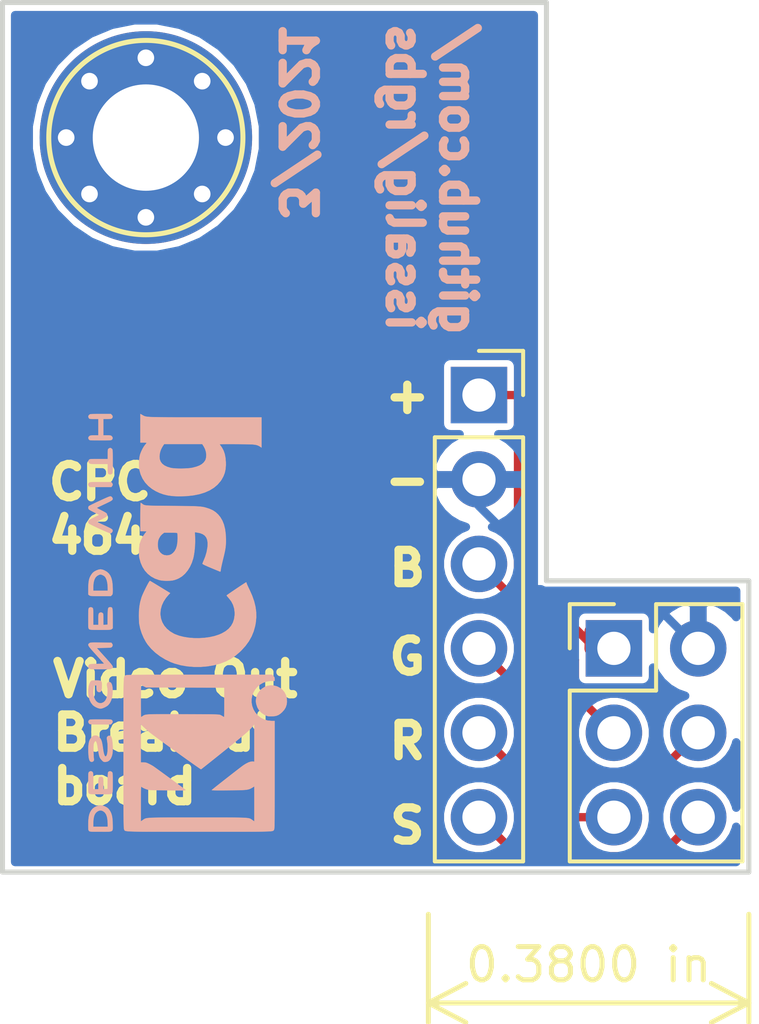
<source format=kicad_pcb>
(kicad_pcb (version 20171130) (host pcbnew 5.1.5+dfsg1-2build2)

  (general
    (thickness 1.6)
    (drawings 17)
    (tracks 30)
    (zones 0)
    (modules 5)
    (nets 7)
  )

  (page A4)
  (title_block
    (title OpenVideoModulator)
    (date 2019-03-21)
    (rev 1)
    (company SukkoPera)
    (comment 1 "Thanks to CPCWiki")
    (comment 2 http://www.cpcwiki.eu/index.php/RGB_SVideo)
    (comment 3 "Licensed under CERN OHL v.1.2")
  )

  (layers
    (0 F.Cu signal)
    (31 B.Cu signal)
    (36 B.SilkS user)
    (37 F.SilkS user)
    (38 B.Mask user)
    (39 F.Mask user)
    (44 Edge.Cuts user)
    (45 Margin user)
    (46 B.CrtYd user)
    (47 F.CrtYd user hide)
    (49 F.Fab user hide)
  )

  (setup
    (last_trace_width 0.25)
    (trace_clearance 0.2)
    (zone_clearance 0.1)
    (zone_45_only yes)
    (trace_min 0.2)
    (via_size 0.6)
    (via_drill 0.4)
    (via_min_size 0.4)
    (via_min_drill 0.3)
    (uvia_size 0.3)
    (uvia_drill 0.1)
    (uvias_allowed no)
    (uvia_min_size 0.2)
    (uvia_min_drill 0.1)
    (edge_width 0.15)
    (segment_width 0.2)
    (pcb_text_width 0.3)
    (pcb_text_size 1.5 1.5)
    (mod_edge_width 0.15)
    (mod_text_size 1 1)
    (mod_text_width 0.15)
    (pad_size 1.524 1.524)
    (pad_drill 0.762)
    (pad_to_mask_clearance 0)
    (solder_mask_min_width 0.2)
    (aux_axis_origin 0 0)
    (visible_elements FFFFF77F)
    (pcbplotparams
      (layerselection 0x010f0_ffffffff)
      (usegerberextensions false)
      (usegerberattributes false)
      (usegerberadvancedattributes false)
      (creategerberjobfile false)
      (excludeedgelayer true)
      (linewidth 0.100000)
      (plotframeref false)
      (viasonmask true)
      (mode 1)
      (useauxorigin false)
      (hpglpennumber 1)
      (hpglpenspeed 20)
      (hpglpendiameter 15.000000)
      (psnegative false)
      (psa4output false)
      (plotreference true)
      (plotvalue true)
      (plotinvisibletext false)
      (padsonsilk false)
      (subtractmaskfromsilk false)
      (outputformat 1)
      (mirror false)
      (drillshape 0)
      (scaleselection 1)
      (outputdirectory "gerbers"))
  )

  (net 0 "")
  (net 1 /sync_in)
  (net 2 /red_in)
  (net 3 /green_in)
  (net 4 /blue_in)
  (net 5 GND)
  (net 6 VCC)

  (net_class Default "This is the default net class."
    (clearance 0.2)
    (trace_width 0.25)
    (via_dia 0.6)
    (via_drill 0.4)
    (uvia_dia 0.3)
    (uvia_drill 0.1)
    (add_net /blue_in)
    (add_net /green_in)
    (add_net /red_in)
    (add_net /sync_in)
    (add_net GND)
    (add_net VCC)
  )

  (net_class Power ""
    (clearance 0.2)
    (trace_width 0.5)
    (via_dia 0.8)
    (via_drill 0.6)
    (uvia_dia 0.3)
    (uvia_drill 0.1)
  )

  (module Symbol:KiCad-Logo2_5mm_SilkScreen (layer B.Cu) (tedit 0) (tstamp 604B4627)
    (at 139.446 44.323 90)
    (descr "KiCad Logo")
    (tags "Logo KiCad")
    (attr virtual)
    (fp_text reference REF** (at 0 5.08 270) (layer B.SilkS) hide
      (effects (font (size 1 1) (thickness 0.15)) (justify mirror))
    )
    (fp_text value KiCad-Logo2_5mm_SilkScreen (at 0 -5.08 270) (layer B.Fab) hide
      (effects (font (size 1 1) (thickness 0.15)) (justify mirror))
    )
    (fp_poly (pts (xy 6.228823 -2.274533) (xy 6.260202 -2.296776) (xy 6.287911 -2.324485) (xy 6.287911 -2.63392)
      (xy 6.287838 -2.725799) (xy 6.287495 -2.79784) (xy 6.286692 -2.85278) (xy 6.285241 -2.89336)
      (xy 6.282952 -2.922317) (xy 6.279636 -2.942391) (xy 6.275105 -2.956321) (xy 6.269169 -2.966845)
      (xy 6.264514 -2.9731) (xy 6.233783 -2.997673) (xy 6.198496 -3.000341) (xy 6.166245 -2.985271)
      (xy 6.155588 -2.976374) (xy 6.148464 -2.964557) (xy 6.144167 -2.945526) (xy 6.141991 -2.914992)
      (xy 6.141228 -2.868662) (xy 6.141155 -2.832871) (xy 6.141155 -2.698045) (xy 5.644444 -2.698045)
      (xy 5.644444 -2.8207) (xy 5.643931 -2.876787) (xy 5.641876 -2.915333) (xy 5.637508 -2.941361)
      (xy 5.630056 -2.959897) (xy 5.621047 -2.9731) (xy 5.590144 -2.997604) (xy 5.555196 -3.000506)
      (xy 5.521738 -2.983089) (xy 5.512604 -2.973959) (xy 5.506152 -2.961855) (xy 5.501897 -2.943001)
      (xy 5.499352 -2.91362) (xy 5.498029 -2.869937) (xy 5.497443 -2.808175) (xy 5.497375 -2.794)
      (xy 5.496891 -2.677631) (xy 5.496641 -2.581727) (xy 5.496723 -2.504177) (xy 5.497231 -2.442869)
      (xy 5.498262 -2.39569) (xy 5.499913 -2.36053) (xy 5.502279 -2.335276) (xy 5.505457 -2.317817)
      (xy 5.509544 -2.306041) (xy 5.514634 -2.297835) (xy 5.520266 -2.291645) (xy 5.552128 -2.271844)
      (xy 5.585357 -2.274533) (xy 5.616735 -2.296776) (xy 5.629433 -2.311126) (xy 5.637526 -2.326978)
      (xy 5.642042 -2.349554) (xy 5.644006 -2.384078) (xy 5.644444 -2.435776) (xy 5.644444 -2.551289)
      (xy 6.141155 -2.551289) (xy 6.141155 -2.432756) (xy 6.141662 -2.378148) (xy 6.143698 -2.341275)
      (xy 6.148035 -2.317307) (xy 6.155447 -2.301415) (xy 6.163733 -2.291645) (xy 6.195594 -2.271844)
      (xy 6.228823 -2.274533)) (layer B.SilkS) (width 0.01))
    (fp_poly (pts (xy 4.963065 -2.269163) (xy 5.041772 -2.269542) (xy 5.102863 -2.270333) (xy 5.148817 -2.27167)
      (xy 5.182114 -2.273683) (xy 5.205236 -2.276506) (xy 5.220662 -2.280269) (xy 5.230871 -2.285105)
      (xy 5.235813 -2.288822) (xy 5.261457 -2.321358) (xy 5.264559 -2.355138) (xy 5.248711 -2.385826)
      (xy 5.238348 -2.398089) (xy 5.227196 -2.40645) (xy 5.211035 -2.411657) (xy 5.185642 -2.414457)
      (xy 5.146798 -2.415596) (xy 5.09028 -2.415821) (xy 5.07918 -2.415822) (xy 4.933244 -2.415822)
      (xy 4.933244 -2.686756) (xy 4.933148 -2.772154) (xy 4.932711 -2.837864) (xy 4.931712 -2.886774)
      (xy 4.929928 -2.921773) (xy 4.927137 -2.945749) (xy 4.923117 -2.961593) (xy 4.917645 -2.972191)
      (xy 4.910666 -2.980267) (xy 4.877734 -3.000112) (xy 4.843354 -2.998548) (xy 4.812176 -2.975906)
      (xy 4.809886 -2.9731) (xy 4.802429 -2.962492) (xy 4.796747 -2.950081) (xy 4.792601 -2.93285)
      (xy 4.78975 -2.907784) (xy 4.787954 -2.871867) (xy 4.786972 -2.822083) (xy 4.786564 -2.755417)
      (xy 4.786489 -2.679589) (xy 4.786489 -2.415822) (xy 4.647127 -2.415822) (xy 4.587322 -2.415418)
      (xy 4.545918 -2.41384) (xy 4.518748 -2.410547) (xy 4.501646 -2.404992) (xy 4.490443 -2.396631)
      (xy 4.489083 -2.395178) (xy 4.472725 -2.361939) (xy 4.474172 -2.324362) (xy 4.492978 -2.291645)
      (xy 4.50025 -2.285298) (xy 4.509627 -2.280266) (xy 4.523609 -2.276396) (xy 4.544696 -2.273537)
      (xy 4.575389 -2.271535) (xy 4.618189 -2.270239) (xy 4.675595 -2.269498) (xy 4.75011 -2.269158)
      (xy 4.844233 -2.269068) (xy 4.86426 -2.269067) (xy 4.963065 -2.269163)) (layer B.SilkS) (width 0.01))
    (fp_poly (pts (xy 4.188614 -2.275877) (xy 4.212327 -2.290647) (xy 4.238978 -2.312227) (xy 4.238978 -2.633773)
      (xy 4.238893 -2.72783) (xy 4.238529 -2.801932) (xy 4.237724 -2.858704) (xy 4.236313 -2.900768)
      (xy 4.234133 -2.930748) (xy 4.231021 -2.951267) (xy 4.226814 -2.964949) (xy 4.221348 -2.974416)
      (xy 4.217472 -2.979082) (xy 4.186034 -2.999575) (xy 4.150233 -2.998739) (xy 4.118873 -2.981264)
      (xy 4.092222 -2.959684) (xy 4.092222 -2.312227) (xy 4.118873 -2.290647) (xy 4.144594 -2.274949)
      (xy 4.1656 -2.269067) (xy 4.188614 -2.275877)) (layer B.SilkS) (width 0.01))
    (fp_poly (pts (xy 3.744665 -2.271034) (xy 3.764255 -2.278035) (xy 3.76501 -2.278377) (xy 3.791613 -2.298678)
      (xy 3.80627 -2.319561) (xy 3.809138 -2.329352) (xy 3.808996 -2.342361) (xy 3.804961 -2.360895)
      (xy 3.796146 -2.387257) (xy 3.781669 -2.423752) (xy 3.760645 -2.472687) (xy 3.732188 -2.536365)
      (xy 3.695415 -2.617093) (xy 3.675175 -2.661216) (xy 3.638625 -2.739985) (xy 3.604315 -2.812423)
      (xy 3.573552 -2.87588) (xy 3.547648 -2.927708) (xy 3.52791 -2.965259) (xy 3.51565 -2.985884)
      (xy 3.513224 -2.988733) (xy 3.482183 -3.001302) (xy 3.447121 -2.999619) (xy 3.419 -2.984332)
      (xy 3.417854 -2.983089) (xy 3.406668 -2.966154) (xy 3.387904 -2.93317) (xy 3.363875 -2.88838)
      (xy 3.336897 -2.836032) (xy 3.327201 -2.816742) (xy 3.254014 -2.67015) (xy 3.17424 -2.829393)
      (xy 3.145767 -2.884415) (xy 3.11935 -2.932132) (xy 3.097148 -2.968893) (xy 3.081319 -2.991044)
      (xy 3.075954 -2.995741) (xy 3.034257 -3.002102) (xy 2.999849 -2.988733) (xy 2.989728 -2.974446)
      (xy 2.972214 -2.942692) (xy 2.948735 -2.896597) (xy 2.92072 -2.839285) (xy 2.889599 -2.77388)
      (xy 2.856799 -2.703507) (xy 2.82375 -2.631291) (xy 2.791881 -2.560355) (xy 2.762619 -2.493825)
      (xy 2.737395 -2.434826) (xy 2.717636 -2.386481) (xy 2.704772 -2.351915) (xy 2.700231 -2.334253)
      (xy 2.700277 -2.333613) (xy 2.711326 -2.311388) (xy 2.73341 -2.288753) (xy 2.73471 -2.287768)
      (xy 2.761853 -2.272425) (xy 2.786958 -2.272574) (xy 2.796368 -2.275466) (xy 2.807834 -2.281718)
      (xy 2.82001 -2.294014) (xy 2.834357 -2.314908) (xy 2.852336 -2.346949) (xy 2.875407 -2.392688)
      (xy 2.90503 -2.454677) (xy 2.931745 -2.511898) (xy 2.96248 -2.578226) (xy 2.990021 -2.637874)
      (xy 3.012938 -2.687725) (xy 3.029798 -2.724664) (xy 3.039173 -2.745573) (xy 3.04054 -2.748845)
      (xy 3.046689 -2.743497) (xy 3.060822 -2.721109) (xy 3.081057 -2.684946) (xy 3.105515 -2.638277)
      (xy 3.115248 -2.619022) (xy 3.148217 -2.554004) (xy 3.173643 -2.506654) (xy 3.193612 -2.474219)
      (xy 3.21021 -2.453946) (xy 3.225524 -2.443082) (xy 3.24164 -2.438875) (xy 3.252143 -2.4384)
      (xy 3.27067 -2.440042) (xy 3.286904 -2.446831) (xy 3.303035 -2.461566) (xy 3.321251 -2.487044)
      (xy 3.343739 -2.526061) (xy 3.372689 -2.581414) (xy 3.388662 -2.612903) (xy 3.41457 -2.663087)
      (xy 3.437167 -2.704704) (xy 3.454458 -2.734242) (xy 3.46445 -2.748189) (xy 3.465809 -2.74877)
      (xy 3.472261 -2.737793) (xy 3.486708 -2.70929) (xy 3.507703 -2.666244) (xy 3.533797 -2.611638)
      (xy 3.563546 -2.548454) (xy 3.57818 -2.517071) (xy 3.61625 -2.436078) (xy 3.646905 -2.373756)
      (xy 3.671737 -2.328071) (xy 3.692337 -2.296989) (xy 3.710298 -2.278478) (xy 3.72721 -2.270504)
      (xy 3.744665 -2.271034)) (layer B.SilkS) (width 0.01))
    (fp_poly (pts (xy 1.018309 -2.269275) (xy 1.147288 -2.273636) (xy 1.256991 -2.286861) (xy 1.349226 -2.309741)
      (xy 1.425802 -2.34307) (xy 1.488527 -2.387638) (xy 1.539212 -2.444236) (xy 1.579663 -2.513658)
      (xy 1.580459 -2.515351) (xy 1.604601 -2.577483) (xy 1.613203 -2.632509) (xy 1.606231 -2.687887)
      (xy 1.583654 -2.751073) (xy 1.579372 -2.760689) (xy 1.550172 -2.816966) (xy 1.517356 -2.860451)
      (xy 1.475002 -2.897417) (xy 1.41719 -2.934135) (xy 1.413831 -2.936052) (xy 1.363504 -2.960227)
      (xy 1.306621 -2.978282) (xy 1.239527 -2.990839) (xy 1.158565 -2.998522) (xy 1.060082 -3.001953)
      (xy 1.025286 -3.002251) (xy 0.859594 -3.002845) (xy 0.836197 -2.9731) (xy 0.829257 -2.963319)
      (xy 0.823842 -2.951897) (xy 0.819765 -2.936095) (xy 0.816837 -2.913175) (xy 0.814867 -2.880396)
      (xy 0.814225 -2.856089) (xy 0.970844 -2.856089) (xy 1.064726 -2.856089) (xy 1.119664 -2.854483)
      (xy 1.17606 -2.850255) (xy 1.222345 -2.844292) (xy 1.225139 -2.84379) (xy 1.307348 -2.821736)
      (xy 1.371114 -2.7886) (xy 1.418452 -2.742847) (xy 1.451382 -2.682939) (xy 1.457108 -2.667061)
      (xy 1.462721 -2.642333) (xy 1.460291 -2.617902) (xy 1.448467 -2.5854) (xy 1.44134 -2.569434)
      (xy 1.418 -2.527006) (xy 1.38988 -2.49724) (xy 1.35894 -2.476511) (xy 1.296966 -2.449537)
      (xy 1.217651 -2.429998) (xy 1.125253 -2.418746) (xy 1.058333 -2.41627) (xy 0.970844 -2.415822)
      (xy 0.970844 -2.856089) (xy 0.814225 -2.856089) (xy 0.813668 -2.835021) (xy 0.81305 -2.774311)
      (xy 0.812825 -2.695526) (xy 0.8128 -2.63392) (xy 0.8128 -2.324485) (xy 0.840509 -2.296776)
      (xy 0.852806 -2.285544) (xy 0.866103 -2.277853) (xy 0.884672 -2.27304) (xy 0.912786 -2.270446)
      (xy 0.954717 -2.26941) (xy 1.014737 -2.26927) (xy 1.018309 -2.269275)) (layer B.SilkS) (width 0.01))
    (fp_poly (pts (xy 0.230343 -2.26926) (xy 0.306701 -2.270174) (xy 0.365217 -2.272311) (xy 0.408255 -2.276175)
      (xy 0.438183 -2.282267) (xy 0.457368 -2.29109) (xy 0.468176 -2.303146) (xy 0.472973 -2.318939)
      (xy 0.474127 -2.33897) (xy 0.474133 -2.341335) (xy 0.473131 -2.363992) (xy 0.468396 -2.381503)
      (xy 0.457333 -2.394574) (xy 0.437348 -2.403913) (xy 0.405846 -2.410227) (xy 0.360232 -2.414222)
      (xy 0.297913 -2.416606) (xy 0.216293 -2.418086) (xy 0.191277 -2.418414) (xy -0.0508 -2.421467)
      (xy -0.054186 -2.486378) (xy -0.057571 -2.551289) (xy 0.110576 -2.551289) (xy 0.176266 -2.551531)
      (xy 0.223172 -2.552556) (xy 0.255083 -2.554811) (xy 0.275791 -2.558742) (xy 0.289084 -2.564798)
      (xy 0.298755 -2.573424) (xy 0.298817 -2.573493) (xy 0.316356 -2.607112) (xy 0.315722 -2.643448)
      (xy 0.297314 -2.674423) (xy 0.293671 -2.677607) (xy 0.280741 -2.685812) (xy 0.263024 -2.691521)
      (xy 0.23657 -2.695162) (xy 0.197432 -2.697167) (xy 0.141662 -2.697964) (xy 0.105994 -2.698045)
      (xy -0.056445 -2.698045) (xy -0.056445 -2.856089) (xy 0.190161 -2.856089) (xy 0.27158 -2.856231)
      (xy 0.33341 -2.856814) (xy 0.378637 -2.858068) (xy 0.410248 -2.860227) (xy 0.431231 -2.863523)
      (xy 0.444573 -2.868189) (xy 0.453261 -2.874457) (xy 0.45545 -2.876733) (xy 0.471614 -2.90828)
      (xy 0.472797 -2.944168) (xy 0.459536 -2.975285) (xy 0.449043 -2.985271) (xy 0.438129 -2.990769)
      (xy 0.421217 -2.995022) (xy 0.395633 -2.99818) (xy 0.358701 -3.000392) (xy 0.307746 -3.001806)
      (xy 0.240094 -3.002572) (xy 0.153069 -3.002838) (xy 0.133394 -3.002845) (xy 0.044911 -3.002787)
      (xy -0.023773 -3.002467) (xy -0.075436 -3.001667) (xy -0.112855 -3.000167) (xy -0.13881 -2.997749)
      (xy -0.156078 -2.994194) (xy -0.167438 -2.989282) (xy -0.175668 -2.982795) (xy -0.180183 -2.978138)
      (xy -0.186979 -2.969889) (xy -0.192288 -2.959669) (xy -0.196294 -2.9448) (xy -0.199179 -2.922602)
      (xy -0.201126 -2.890393) (xy -0.202319 -2.845496) (xy -0.202939 -2.785228) (xy -0.203171 -2.706911)
      (xy -0.2032 -2.640994) (xy -0.203129 -2.548628) (xy -0.202792 -2.476117) (xy -0.202002 -2.420737)
      (xy -0.200574 -2.379765) (xy -0.198321 -2.350478) (xy -0.195057 -2.330153) (xy -0.190596 -2.316066)
      (xy -0.184752 -2.305495) (xy -0.179803 -2.298811) (xy -0.156406 -2.269067) (xy 0.133774 -2.269067)
      (xy 0.230343 -2.26926)) (layer B.SilkS) (width 0.01))
    (fp_poly (pts (xy -1.300114 -2.273448) (xy -1.276548 -2.287273) (xy -1.245735 -2.309881) (xy -1.206078 -2.342338)
      (xy -1.15598 -2.385708) (xy -1.093843 -2.441058) (xy -1.018072 -2.509451) (xy -0.931334 -2.588084)
      (xy -0.750711 -2.751878) (xy -0.745067 -2.532029) (xy -0.743029 -2.456351) (xy -0.741063 -2.399994)
      (xy -0.738734 -2.359706) (xy -0.735606 -2.332235) (xy -0.731245 -2.314329) (xy -0.725216 -2.302737)
      (xy -0.717084 -2.294208) (xy -0.712772 -2.290623) (xy -0.678241 -2.27167) (xy -0.645383 -2.274441)
      (xy -0.619318 -2.290633) (xy -0.592667 -2.312199) (xy -0.589352 -2.627151) (xy -0.588435 -2.719779)
      (xy -0.587968 -2.792544) (xy -0.588113 -2.848161) (xy -0.589032 -2.889342) (xy -0.590887 -2.918803)
      (xy -0.593839 -2.939255) (xy -0.59805 -2.953413) (xy -0.603682 -2.963991) (xy -0.609927 -2.972474)
      (xy -0.623439 -2.988207) (xy -0.636883 -2.998636) (xy -0.652124 -3.002639) (xy -0.671026 -2.999094)
      (xy -0.695455 -2.986879) (xy -0.727273 -2.964871) (xy -0.768348 -2.931949) (xy -0.820542 -2.886991)
      (xy -0.885722 -2.828875) (xy -0.959556 -2.762099) (xy -1.224845 -2.521458) (xy -1.230489 -2.740589)
      (xy -1.232531 -2.816128) (xy -1.234502 -2.872354) (xy -1.236839 -2.912524) (xy -1.239981 -2.939896)
      (xy -1.244364 -2.957728) (xy -1.250424 -2.969279) (xy -1.2586 -2.977807) (xy -1.262784 -2.981282)
      (xy -1.299765 -3.000372) (xy -1.334708 -2.997493) (xy -1.365136 -2.9731) (xy -1.372097 -2.963286)
      (xy -1.377523 -2.951826) (xy -1.381603 -2.935968) (xy -1.384529 -2.912963) (xy -1.386492 -2.880062)
      (xy -1.387683 -2.834516) (xy -1.388292 -2.773573) (xy -1.388511 -2.694486) (xy -1.388534 -2.635956)
      (xy -1.38846 -2.544407) (xy -1.388113 -2.472687) (xy -1.387301 -2.418045) (xy -1.385833 -2.377732)
      (xy -1.383519 -2.348998) (xy -1.380167 -2.329093) (xy -1.375588 -2.315268) (xy -1.369589 -2.304772)
      (xy -1.365136 -2.298811) (xy -1.35385 -2.284691) (xy -1.343301 -2.274029) (xy -1.331893 -2.267892)
      (xy -1.31803 -2.267343) (xy -1.300114 -2.273448)) (layer B.SilkS) (width 0.01))
    (fp_poly (pts (xy -1.950081 -2.274599) (xy -1.881565 -2.286095) (xy -1.828943 -2.303967) (xy -1.794708 -2.327499)
      (xy -1.785379 -2.340924) (xy -1.775893 -2.372148) (xy -1.782277 -2.400395) (xy -1.80243 -2.427182)
      (xy -1.833745 -2.439713) (xy -1.879183 -2.438696) (xy -1.914326 -2.431906) (xy -1.992419 -2.418971)
      (xy -2.072226 -2.417742) (xy -2.161555 -2.428241) (xy -2.186229 -2.43269) (xy -2.269291 -2.456108)
      (xy -2.334273 -2.490945) (xy -2.380461 -2.536604) (xy -2.407145 -2.592494) (xy -2.412663 -2.621388)
      (xy -2.409051 -2.680012) (xy -2.385729 -2.731879) (xy -2.344824 -2.775978) (xy -2.288459 -2.811299)
      (xy -2.21876 -2.836829) (xy -2.137852 -2.851559) (xy -2.04786 -2.854478) (xy -1.95091 -2.844575)
      (xy -1.945436 -2.843641) (xy -1.906875 -2.836459) (xy -1.885494 -2.829521) (xy -1.876227 -2.819227)
      (xy -1.874006 -2.801976) (xy -1.873956 -2.792841) (xy -1.873956 -2.754489) (xy -1.942431 -2.754489)
      (xy -2.0029 -2.750347) (xy -2.044165 -2.737147) (xy -2.068175 -2.71373) (xy -2.076877 -2.678936)
      (xy -2.076983 -2.674394) (xy -2.071892 -2.644654) (xy -2.054433 -2.623419) (xy -2.021939 -2.609366)
      (xy -1.971743 -2.601173) (xy -1.923123 -2.598161) (xy -1.852456 -2.596433) (xy -1.801198 -2.59907)
      (xy -1.766239 -2.6088) (xy -1.74447 -2.628353) (xy -1.73278 -2.660456) (xy -1.72806 -2.707838)
      (xy -1.7272 -2.770071) (xy -1.728609 -2.839535) (xy -1.732848 -2.886786) (xy -1.739936 -2.912012)
      (xy -1.741311 -2.913988) (xy -1.780228 -2.945508) (xy -1.837286 -2.97047) (xy -1.908869 -2.98834)
      (xy -1.991358 -2.998586) (xy -2.081139 -3.000673) (xy -2.174592 -2.994068) (xy -2.229556 -2.985956)
      (xy -2.315766 -2.961554) (xy -2.395892 -2.921662) (xy -2.462977 -2.869887) (xy -2.473173 -2.859539)
      (xy -2.506302 -2.816035) (xy -2.536194 -2.762118) (xy -2.559357 -2.705592) (xy -2.572298 -2.654259)
      (xy -2.573858 -2.634544) (xy -2.567218 -2.593419) (xy -2.549568 -2.542252) (xy -2.524297 -2.488394)
      (xy -2.494789 -2.439195) (xy -2.468719 -2.406334) (xy -2.407765 -2.357452) (xy -2.328969 -2.318545)
      (xy -2.235157 -2.290494) (xy -2.12915 -2.274179) (xy -2.032 -2.270192) (xy -1.950081 -2.274599)) (layer B.SilkS) (width 0.01))
    (fp_poly (pts (xy -2.923822 -2.291645) (xy -2.917242 -2.299218) (xy -2.912079 -2.308987) (xy -2.908164 -2.323571)
      (xy -2.905324 -2.345585) (xy -2.903387 -2.377648) (xy -2.902183 -2.422375) (xy -2.901539 -2.482385)
      (xy -2.901284 -2.560294) (xy -2.901245 -2.635956) (xy -2.901314 -2.729802) (xy -2.901638 -2.803689)
      (xy -2.902386 -2.860232) (xy -2.903732 -2.902049) (xy -2.905846 -2.931757) (xy -2.9089 -2.951973)
      (xy -2.913066 -2.965314) (xy -2.918516 -2.974398) (xy -2.923822 -2.980267) (xy -2.956826 -2.999947)
      (xy -2.991991 -2.998181) (xy -3.023455 -2.976717) (xy -3.030684 -2.968337) (xy -3.036334 -2.958614)
      (xy -3.040599 -2.944861) (xy -3.043673 -2.924389) (xy -3.045752 -2.894512) (xy -3.04703 -2.852541)
      (xy -3.047701 -2.795789) (xy -3.047959 -2.721567) (xy -3.048 -2.637537) (xy -3.048 -2.324485)
      (xy -3.020291 -2.296776) (xy -2.986137 -2.273463) (xy -2.953006 -2.272623) (xy -2.923822 -2.291645)) (layer B.SilkS) (width 0.01))
    (fp_poly (pts (xy -3.691703 -2.270351) (xy -3.616888 -2.275581) (xy -3.547306 -2.28375) (xy -3.487002 -2.29455)
      (xy -3.44002 -2.307673) (xy -3.410406 -2.322813) (xy -3.40586 -2.327269) (xy -3.390054 -2.36185)
      (xy -3.394847 -2.397351) (xy -3.419364 -2.427725) (xy -3.420534 -2.428596) (xy -3.434954 -2.437954)
      (xy -3.450008 -2.442876) (xy -3.471005 -2.443473) (xy -3.503257 -2.439861) (xy -3.552073 -2.432154)
      (xy -3.556 -2.431505) (xy -3.628739 -2.422569) (xy -3.707217 -2.418161) (xy -3.785927 -2.418119)
      (xy -3.859361 -2.422279) (xy -3.922011 -2.430479) (xy -3.96837 -2.442557) (xy -3.971416 -2.443771)
      (xy -4.005048 -2.462615) (xy -4.016864 -2.481685) (xy -4.007614 -2.500439) (xy -3.978047 -2.518337)
      (xy -3.928911 -2.534837) (xy -3.860957 -2.549396) (xy -3.815645 -2.556406) (xy -3.721456 -2.569889)
      (xy -3.646544 -2.582214) (xy -3.587717 -2.594449) (xy -3.541785 -2.607661) (xy -3.505555 -2.622917)
      (xy -3.475838 -2.641285) (xy -3.449442 -2.663831) (xy -3.42823 -2.685971) (xy -3.403065 -2.716819)
      (xy -3.390681 -2.743345) (xy -3.386808 -2.776026) (xy -3.386667 -2.787995) (xy -3.389576 -2.827712)
      (xy -3.401202 -2.857259) (xy -3.421323 -2.883486) (xy -3.462216 -2.923576) (xy -3.507817 -2.954149)
      (xy -3.561513 -2.976203) (xy -3.626692 -2.990735) (xy -3.706744 -2.998741) (xy -3.805057 -3.001218)
      (xy -3.821289 -3.001177) (xy -3.886849 -2.999818) (xy -3.951866 -2.99673) (xy -4.009252 -2.992356)
      (xy -4.051922 -2.98714) (xy -4.055372 -2.986541) (xy -4.097796 -2.976491) (xy -4.13378 -2.963796)
      (xy -4.15415 -2.95219) (xy -4.173107 -2.921572) (xy -4.174427 -2.885918) (xy -4.158085 -2.854144)
      (xy -4.154429 -2.850551) (xy -4.139315 -2.839876) (xy -4.120415 -2.835276) (xy -4.091162 -2.836059)
      (xy -4.055651 -2.840127) (xy -4.01597 -2.843762) (xy -3.960345 -2.846828) (xy -3.895406 -2.849053)
      (xy -3.827785 -2.850164) (xy -3.81 -2.850237) (xy -3.742128 -2.849964) (xy -3.692454 -2.848646)
      (xy -3.65661 -2.845827) (xy -3.630224 -2.84105) (xy -3.608926 -2.833857) (xy -3.596126 -2.827867)
      (xy -3.568 -2.811233) (xy -3.550068 -2.796168) (xy -3.547447 -2.791897) (xy -3.552976 -2.774263)
      (xy -3.57926 -2.757192) (xy -3.624478 -2.741458) (xy -3.686808 -2.727838) (xy -3.705171 -2.724804)
      (xy -3.80109 -2.709738) (xy -3.877641 -2.697146) (xy -3.93778 -2.686111) (xy -3.98446 -2.67572)
      (xy -4.020637 -2.665056) (xy -4.049265 -2.653205) (xy -4.073298 -2.639251) (xy -4.095692 -2.622281)
      (xy -4.119402 -2.601378) (xy -4.12738 -2.594049) (xy -4.155353 -2.566699) (xy -4.17016 -2.545029)
      (xy -4.175952 -2.520232) (xy -4.176889 -2.488983) (xy -4.166575 -2.427705) (xy -4.135752 -2.37564)
      (xy -4.084595 -2.332958) (xy -4.013283 -2.299825) (xy -3.9624 -2.284964) (xy -3.9071 -2.275366)
      (xy -3.840853 -2.269936) (xy -3.767706 -2.268367) (xy -3.691703 -2.270351)) (layer B.SilkS) (width 0.01))
    (fp_poly (pts (xy -4.712794 -2.269146) (xy -4.643386 -2.269518) (xy -4.590997 -2.270385) (xy -4.552847 -2.271946)
      (xy -4.526159 -2.274403) (xy -4.508153 -2.277957) (xy -4.496049 -2.28281) (xy -4.487069 -2.289161)
      (xy -4.483818 -2.292084) (xy -4.464043 -2.323142) (xy -4.460482 -2.358828) (xy -4.473491 -2.39051)
      (xy -4.479506 -2.396913) (xy -4.489235 -2.403121) (xy -4.504901 -2.40791) (xy -4.529408 -2.411514)
      (xy -4.565661 -2.414164) (xy -4.616565 -2.416095) (xy -4.685026 -2.417539) (xy -4.747617 -2.418418)
      (xy -4.995334 -2.421467) (xy -4.998719 -2.486378) (xy -5.002105 -2.551289) (xy -4.833958 -2.551289)
      (xy -4.760959 -2.551919) (xy -4.707517 -2.554553) (xy -4.670628 -2.560309) (xy -4.647288 -2.570304)
      (xy -4.634494 -2.585656) (xy -4.629242 -2.607482) (xy -4.628445 -2.627738) (xy -4.630923 -2.652592)
      (xy -4.640277 -2.670906) (xy -4.659383 -2.683637) (xy -4.691118 -2.691741) (xy -4.738359 -2.696176)
      (xy -4.803983 -2.697899) (xy -4.839801 -2.698045) (xy -5.000978 -2.698045) (xy -5.000978 -2.856089)
      (xy -4.752622 -2.856089) (xy -4.671213 -2.856202) (xy -4.609342 -2.856712) (xy -4.563968 -2.85787)
      (xy -4.532054 -2.85993) (xy -4.510559 -2.863146) (xy -4.496443 -2.867772) (xy -4.486668 -2.874059)
      (xy -4.481689 -2.878667) (xy -4.46461 -2.90556) (xy -4.459111 -2.929467) (xy -4.466963 -2.958667)
      (xy -4.481689 -2.980267) (xy -4.489546 -2.987066) (xy -4.499688 -2.992346) (xy -4.514844 -2.996298)
      (xy -4.537741 -2.999113) (xy -4.571109 -3.000982) (xy -4.617675 -3.002098) (xy -4.680167 -3.002651)
      (xy -4.761314 -3.002833) (xy -4.803422 -3.002845) (xy -4.893598 -3.002765) (xy -4.963924 -3.002398)
      (xy -5.017129 -3.001552) (xy -5.05594 -3.000036) (xy -5.083087 -2.997659) (xy -5.101298 -2.994229)
      (xy -5.1133 -2.989554) (xy -5.121822 -2.983444) (xy -5.125156 -2.980267) (xy -5.131755 -2.97267)
      (xy -5.136927 -2.96287) (xy -5.140846 -2.948239) (xy -5.143684 -2.926152) (xy -5.145615 -2.893982)
      (xy -5.146812 -2.849103) (xy -5.147448 -2.788889) (xy -5.147697 -2.710713) (xy -5.147734 -2.637923)
      (xy -5.1477 -2.544707) (xy -5.147465 -2.471431) (xy -5.14683 -2.415458) (xy -5.145594 -2.374151)
      (xy -5.143556 -2.344872) (xy -5.140517 -2.324984) (xy -5.136277 -2.31185) (xy -5.130635 -2.302832)
      (xy -5.123391 -2.295293) (xy -5.121606 -2.293612) (xy -5.112945 -2.286172) (xy -5.102882 -2.280409)
      (xy -5.088625 -2.276112) (xy -5.067383 -2.273064) (xy -5.036364 -2.271051) (xy -4.992777 -2.26986)
      (xy -4.933831 -2.269275) (xy -4.856734 -2.269083) (xy -4.802001 -2.269067) (xy -4.712794 -2.269146)) (layer B.SilkS) (width 0.01))
    (fp_poly (pts (xy -6.121371 -2.269066) (xy -6.081889 -2.269467) (xy -5.9662 -2.272259) (xy -5.869311 -2.28055)
      (xy -5.787919 -2.295232) (xy -5.718723 -2.317193) (xy -5.65842 -2.347322) (xy -5.603708 -2.38651)
      (xy -5.584167 -2.403532) (xy -5.55175 -2.443363) (xy -5.52252 -2.497413) (xy -5.499991 -2.557323)
      (xy -5.487679 -2.614739) (xy -5.4864 -2.635956) (xy -5.494417 -2.694769) (xy -5.515899 -2.759013)
      (xy -5.546999 -2.819821) (xy -5.583866 -2.86833) (xy -5.589854 -2.874182) (xy -5.640579 -2.915321)
      (xy -5.696125 -2.947435) (xy -5.759696 -2.971365) (xy -5.834494 -2.987953) (xy -5.923722 -2.998041)
      (xy -6.030582 -3.002469) (xy -6.079528 -3.002845) (xy -6.141762 -3.002545) (xy -6.185528 -3.001292)
      (xy -6.214931 -2.998554) (xy -6.234079 -2.993801) (xy -6.247077 -2.986501) (xy -6.254045 -2.980267)
      (xy -6.260626 -2.972694) (xy -6.265788 -2.962924) (xy -6.269703 -2.94834) (xy -6.272543 -2.926326)
      (xy -6.27448 -2.894264) (xy -6.275684 -2.849536) (xy -6.276328 -2.789526) (xy -6.276583 -2.711617)
      (xy -6.276622 -2.635956) (xy -6.27687 -2.535041) (xy -6.276817 -2.454427) (xy -6.275857 -2.415822)
      (xy -6.129867 -2.415822) (xy -6.129867 -2.856089) (xy -6.036734 -2.856004) (xy -5.980693 -2.854396)
      (xy -5.921999 -2.850256) (xy -5.873028 -2.844464) (xy -5.871538 -2.844226) (xy -5.792392 -2.82509)
      (xy -5.731002 -2.795287) (xy -5.684305 -2.752878) (xy -5.654635 -2.706961) (xy -5.636353 -2.656026)
      (xy -5.637771 -2.6082) (xy -5.658988 -2.556933) (xy -5.700489 -2.503899) (xy -5.757998 -2.4646)
      (xy -5.83275 -2.438331) (xy -5.882708 -2.429035) (xy -5.939416 -2.422507) (xy -5.999519 -2.417782)
      (xy -6.050639 -2.415817) (xy -6.053667 -2.415808) (xy -6.129867 -2.415822) (xy -6.275857 -2.415822)
      (xy -6.27526 -2.391851) (xy -6.270998 -2.345055) (xy -6.26283 -2.311778) (xy -6.249556 -2.289759)
      (xy -6.229974 -2.276739) (xy -6.202883 -2.270457) (xy -6.167082 -2.268653) (xy -6.121371 -2.269066)) (layer B.SilkS) (width 0.01))
    (fp_poly (pts (xy -2.273043 2.973429) (xy -2.176768 2.949191) (xy -2.090184 2.906359) (xy -2.015373 2.846581)
      (xy -1.954418 2.771506) (xy -1.909399 2.68278) (xy -1.883136 2.58647) (xy -1.877286 2.489205)
      (xy -1.89214 2.395346) (xy -1.92584 2.307489) (xy -1.976528 2.22823) (xy -2.042345 2.160164)
      (xy -2.121434 2.105888) (xy -2.211934 2.067998) (xy -2.2632 2.055574) (xy -2.307698 2.048053)
      (xy -2.341999 2.045081) (xy -2.37496 2.046906) (xy -2.415434 2.053775) (xy -2.448531 2.06075)
      (xy -2.541947 2.092259) (xy -2.625619 2.143383) (xy -2.697665 2.212571) (xy -2.7562 2.298272)
      (xy -2.770148 2.325511) (xy -2.786586 2.361878) (xy -2.796894 2.392418) (xy -2.80246 2.42455)
      (xy -2.804669 2.465693) (xy -2.804948 2.511778) (xy -2.800861 2.596135) (xy -2.787446 2.665414)
      (xy -2.762256 2.726039) (xy -2.722846 2.784433) (xy -2.684298 2.828698) (xy -2.612406 2.894516)
      (xy -2.537313 2.939947) (xy -2.454562 2.96715) (xy -2.376928 2.977424) (xy -2.273043 2.973429)) (layer B.SilkS) (width 0.01))
    (fp_poly (pts (xy 6.186507 0.527755) (xy 6.186526 0.293338) (xy 6.186552 0.080397) (xy 6.186625 -0.112168)
      (xy 6.186782 -0.285459) (xy 6.187064 -0.440576) (xy 6.187509 -0.57862) (xy 6.188156 -0.700692)
      (xy 6.189045 -0.807894) (xy 6.190213 -0.901326) (xy 6.191701 -0.98209) (xy 6.193546 -1.051286)
      (xy 6.195789 -1.110015) (xy 6.198469 -1.159379) (xy 6.201623 -1.200478) (xy 6.205292 -1.234413)
      (xy 6.209513 -1.262286) (xy 6.214327 -1.285198) (xy 6.219773 -1.304249) (xy 6.225888 -1.32054)
      (xy 6.232712 -1.335173) (xy 6.240285 -1.349249) (xy 6.248645 -1.363868) (xy 6.253839 -1.372974)
      (xy 6.288104 -1.433689) (xy 5.429955 -1.433689) (xy 5.429955 -1.337733) (xy 5.429224 -1.29437)
      (xy 5.427272 -1.261205) (xy 5.424463 -1.243424) (xy 5.423221 -1.241778) (xy 5.411799 -1.248662)
      (xy 5.389084 -1.266505) (xy 5.366385 -1.285879) (xy 5.3118 -1.326614) (xy 5.242321 -1.367617)
      (xy 5.16527 -1.405123) (xy 5.087965 -1.435364) (xy 5.057113 -1.445012) (xy 4.988616 -1.459578)
      (xy 4.905764 -1.469539) (xy 4.816371 -1.474583) (xy 4.728248 -1.474396) (xy 4.649207 -1.468666)
      (xy 4.611511 -1.462858) (xy 4.473414 -1.424797) (xy 4.346113 -1.367073) (xy 4.230292 -1.290211)
      (xy 4.126637 -1.194739) (xy 4.035833 -1.081179) (xy 3.969031 -0.970381) (xy 3.914164 -0.853625)
      (xy 3.872163 -0.734276) (xy 3.842167 -0.608283) (xy 3.823311 -0.471594) (xy 3.814732 -0.320158)
      (xy 3.814006 -0.242711) (xy 3.8161 -0.185934) (xy 4.645217 -0.185934) (xy 4.645424 -0.279002)
      (xy 4.648337 -0.366692) (xy 4.654 -0.443772) (xy 4.662455 -0.505009) (xy 4.665038 -0.51735)
      (xy 4.69684 -0.624633) (xy 4.738498 -0.711658) (xy 4.790363 -0.778642) (xy 4.852781 -0.825805)
      (xy 4.9261 -0.853365) (xy 5.010669 -0.861541) (xy 5.106835 -0.850551) (xy 5.170311 -0.834829)
      (xy 5.219454 -0.816639) (xy 5.273583 -0.790791) (xy 5.314244 -0.767089) (xy 5.3848 -0.720721)
      (xy 5.3848 0.42947) (xy 5.317392 0.473038) (xy 5.238867 0.51396) (xy 5.154681 0.540611)
      (xy 5.069557 0.552535) (xy 4.988216 0.549278) (xy 4.91538 0.530385) (xy 4.883426 0.514816)
      (xy 4.825501 0.471819) (xy 4.776544 0.415047) (xy 4.73539 0.342425) (xy 4.700874 0.251879)
      (xy 4.671833 0.141334) (xy 4.670552 0.135467) (xy 4.660381 0.073212) (xy 4.652739 -0.004594)
      (xy 4.64767 -0.09272) (xy 4.645217 -0.185934) (xy 3.8161 -0.185934) (xy 3.821857 -0.029895)
      (xy 3.843802 0.165941) (xy 3.879786 0.344668) (xy 3.929759 0.506155) (xy 3.993668 0.650274)
      (xy 4.071462 0.776894) (xy 4.163089 0.885885) (xy 4.268497 0.977117) (xy 4.313662 1.008068)
      (xy 4.414611 1.064215) (xy 4.517901 1.103826) (xy 4.627989 1.127986) (xy 4.74933 1.137781)
      (xy 4.841836 1.136735) (xy 4.97149 1.125769) (xy 5.084084 1.103954) (xy 5.182875 1.070286)
      (xy 5.271121 1.023764) (xy 5.319986 0.989552) (xy 5.349353 0.967638) (xy 5.371043 0.952667)
      (xy 5.379253 0.948267) (xy 5.380868 0.959096) (xy 5.382159 0.989749) (xy 5.383138 1.037474)
      (xy 5.383817 1.099521) (xy 5.38421 1.173138) (xy 5.38433 1.255573) (xy 5.384188 1.344075)
      (xy 5.383797 1.435893) (xy 5.383171 1.528276) (xy 5.38232 1.618472) (xy 5.38126 1.703729)
      (xy 5.380001 1.781297) (xy 5.378556 1.848424) (xy 5.376938 1.902359) (xy 5.375161 1.94035)
      (xy 5.374669 1.947333) (xy 5.367092 2.017749) (xy 5.355531 2.072898) (xy 5.337792 2.120019)
      (xy 5.311682 2.166353) (xy 5.305415 2.175933) (xy 5.280983 2.212622) (xy 6.186311 2.212622)
      (xy 6.186507 0.527755)) (layer B.SilkS) (width 0.01))
    (fp_poly (pts (xy 2.673574 1.133448) (xy 2.825492 1.113433) (xy 2.960756 1.079798) (xy 3.080239 1.032275)
      (xy 3.184815 0.970595) (xy 3.262424 0.907035) (xy 3.331265 0.832901) (xy 3.385006 0.753129)
      (xy 3.42791 0.660909) (xy 3.443384 0.617839) (xy 3.456244 0.578858) (xy 3.467446 0.542711)
      (xy 3.47712 0.507566) (xy 3.485396 0.47159) (xy 3.492403 0.43295) (xy 3.498272 0.389815)
      (xy 3.503131 0.340351) (xy 3.50711 0.282727) (xy 3.51034 0.215109) (xy 3.512949 0.135666)
      (xy 3.515067 0.042564) (xy 3.516824 -0.066027) (xy 3.518349 -0.191942) (xy 3.519772 -0.337012)
      (xy 3.521025 -0.479778) (xy 3.522351 -0.635968) (xy 3.523556 -0.771239) (xy 3.524766 -0.887246)
      (xy 3.526106 -0.985645) (xy 3.5277 -1.068093) (xy 3.529675 -1.136246) (xy 3.532156 -1.19176)
      (xy 3.535269 -1.236292) (xy 3.539138 -1.271498) (xy 3.543889 -1.299034) (xy 3.549648 -1.320556)
      (xy 3.556539 -1.337722) (xy 3.564689 -1.352186) (xy 3.574223 -1.365606) (xy 3.585266 -1.379638)
      (xy 3.589566 -1.385071) (xy 3.605386 -1.40791) (xy 3.612422 -1.423463) (xy 3.612444 -1.423922)
      (xy 3.601567 -1.426121) (xy 3.570582 -1.428147) (xy 3.521957 -1.429942) (xy 3.458163 -1.431451)
      (xy 3.381669 -1.432616) (xy 3.294944 -1.43338) (xy 3.200457 -1.433686) (xy 3.18955 -1.433689)
      (xy 2.766657 -1.433689) (xy 2.763395 -1.337622) (xy 2.760133 -1.241556) (xy 2.698044 -1.292543)
      (xy 2.600714 -1.360057) (xy 2.490813 -1.414749) (xy 2.404349 -1.444978) (xy 2.335278 -1.459666)
      (xy 2.251925 -1.469659) (xy 2.162159 -1.474646) (xy 2.073845 -1.474313) (xy 1.994851 -1.468351)
      (xy 1.958622 -1.462638) (xy 1.818603 -1.424776) (xy 1.692178 -1.369932) (xy 1.58026 -1.298924)
      (xy 1.483762 -1.212568) (xy 1.4036 -1.111679) (xy 1.340687 -0.997076) (xy 1.296312 -0.870984)
      (xy 1.283978 -0.814401) (xy 1.276368 -0.752202) (xy 1.272739 -0.677363) (xy 1.272245 -0.643467)
      (xy 1.27231 -0.640282) (xy 2.032248 -0.640282) (xy 2.041541 -0.715333) (xy 2.069728 -0.77916)
      (xy 2.118197 -0.834798) (xy 2.123254 -0.839211) (xy 2.171548 -0.874037) (xy 2.223257 -0.89662)
      (xy 2.283989 -0.90854) (xy 2.359352 -0.911383) (xy 2.377459 -0.910978) (xy 2.431278 -0.908325)
      (xy 2.471308 -0.902909) (xy 2.506324 -0.892745) (xy 2.545103 -0.87585) (xy 2.555745 -0.870672)
      (xy 2.616396 -0.834844) (xy 2.663215 -0.792212) (xy 2.675952 -0.776973) (xy 2.720622 -0.720462)
      (xy 2.720622 -0.524586) (xy 2.720086 -0.445939) (xy 2.718396 -0.387988) (xy 2.715428 -0.348875)
      (xy 2.711057 -0.326741) (xy 2.706972 -0.320274) (xy 2.691047 -0.317111) (xy 2.657264 -0.314488)
      (xy 2.61034 -0.312655) (xy 2.554993 -0.311857) (xy 2.546106 -0.311842) (xy 2.42533 -0.317096)
      (xy 2.32266 -0.333263) (xy 2.236106 -0.360961) (xy 2.163681 -0.400808) (xy 2.108751 -0.447758)
      (xy 2.064204 -0.505645) (xy 2.03948 -0.568693) (xy 2.032248 -0.640282) (xy 1.27231 -0.640282)
      (xy 1.274178 -0.549712) (xy 1.282522 -0.470812) (xy 1.298768 -0.39959) (xy 1.324405 -0.328864)
      (xy 1.348401 -0.276493) (xy 1.40702 -0.181196) (xy 1.485117 -0.09317) (xy 1.580315 -0.014017)
      (xy 1.690238 0.05466) (xy 1.81251 0.111259) (xy 1.944755 0.154179) (xy 2.009422 0.169118)
      (xy 2.145604 0.191223) (xy 2.294049 0.205806) (xy 2.445505 0.212187) (xy 2.572064 0.210555)
      (xy 2.73395 0.203776) (xy 2.72653 0.262755) (xy 2.707238 0.361908) (xy 2.676104 0.442628)
      (xy 2.632269 0.505534) (xy 2.574871 0.551244) (xy 2.503048 0.580378) (xy 2.415941 0.593553)
      (xy 2.312686 0.591389) (xy 2.274711 0.587388) (xy 2.13352 0.56222) (xy 1.996707 0.521186)
      (xy 1.902178 0.483185) (xy 1.857018 0.46381) (xy 1.818585 0.44824) (xy 1.792234 0.438595)
      (xy 1.784546 0.436548) (xy 1.774802 0.445626) (xy 1.758083 0.474595) (xy 1.734232 0.523783)
      (xy 1.703093 0.593516) (xy 1.664507 0.684121) (xy 1.65791 0.699911) (xy 1.627853 0.772228)
      (xy 1.600874 0.837575) (xy 1.578136 0.893094) (xy 1.560806 0.935928) (xy 1.550048 0.963219)
      (xy 1.546941 0.972058) (xy 1.55694 0.976813) (xy 1.583217 0.98209) (xy 1.611489 0.985769)
      (xy 1.641646 0.990526) (xy 1.689433 0.999972) (xy 1.750612 1.01318) (xy 1.820946 1.029224)
      (xy 1.896194 1.04718) (xy 1.924755 1.054203) (xy 2.029816 1.079791) (xy 2.11748 1.099853)
      (xy 2.192068 1.115031) (xy 2.257903 1.125965) (xy 2.319307 1.133296) (xy 2.380602 1.137665)
      (xy 2.44611 1.139713) (xy 2.504128 1.140111) (xy 2.673574 1.133448)) (layer B.SilkS) (width 0.01))
    (fp_poly (pts (xy 0.328429 2.050929) (xy 0.48857 2.029755) (xy 0.65251 1.989615) (xy 0.822313 1.930111)
      (xy 1.000043 1.850846) (xy 1.01131 1.845301) (xy 1.069005 1.817275) (xy 1.120552 1.793198)
      (xy 1.162191 1.774751) (xy 1.190162 1.763614) (xy 1.199733 1.761067) (xy 1.21895 1.756059)
      (xy 1.223561 1.751853) (xy 1.218458 1.74142) (xy 1.202418 1.715132) (xy 1.177288 1.675743)
      (xy 1.144914 1.626009) (xy 1.107143 1.568685) (xy 1.065822 1.506524) (xy 1.022798 1.442282)
      (xy 0.979917 1.378715) (xy 0.939026 1.318575) (xy 0.901971 1.26462) (xy 0.8706 1.219603)
      (xy 0.846759 1.186279) (xy 0.832294 1.167403) (xy 0.830309 1.165213) (xy 0.820191 1.169862)
      (xy 0.79785 1.187038) (xy 0.76728 1.21356) (xy 0.751536 1.228036) (xy 0.655047 1.303318)
      (xy 0.548336 1.358759) (xy 0.432832 1.393859) (xy 0.309962 1.40812) (xy 0.240561 1.406949)
      (xy 0.119423 1.389788) (xy 0.010205 1.353906) (xy -0.087418 1.299041) (xy -0.173772 1.22493)
      (xy -0.249185 1.131312) (xy -0.313982 1.017924) (xy -0.351399 0.931333) (xy -0.395252 0.795634)
      (xy -0.427572 0.64815) (xy -0.448443 0.492686) (xy -0.457949 0.333044) (xy -0.456173 0.173027)
      (xy -0.443197 0.016439) (xy -0.419106 -0.132918) (xy -0.383982 -0.27124) (xy -0.337908 -0.394724)
      (xy -0.321627 -0.428978) (xy -0.25338 -0.543064) (xy -0.172921 -0.639557) (xy -0.08143 -0.71767)
      (xy 0.019911 -0.776617) (xy 0.12992 -0.815612) (xy 0.247415 -0.833868) (xy 0.288883 -0.835211)
      (xy 0.410441 -0.82429) (xy 0.530878 -0.791474) (xy 0.648666 -0.737439) (xy 0.762277 -0.662865)
      (xy 0.853685 -0.584539) (xy 0.900215 -0.540008) (xy 1.081483 -0.837271) (xy 1.12658 -0.911433)
      (xy 1.167819 -0.979646) (xy 1.203735 -1.039459) (xy 1.232866 -1.08842) (xy 1.25375 -1.124079)
      (xy 1.264924 -1.143984) (xy 1.266375 -1.147079) (xy 1.258146 -1.156718) (xy 1.232567 -1.173999)
      (xy 1.192873 -1.197283) (xy 1.142297 -1.224934) (xy 1.084074 -1.255315) (xy 1.021437 -1.28679)
      (xy 0.957621 -1.317722) (xy 0.89586 -1.346473) (xy 0.839388 -1.371408) (xy 0.791438 -1.390889)
      (xy 0.767986 -1.399318) (xy 0.634221 -1.437133) (xy 0.496327 -1.462136) (xy 0.348622 -1.47514)
      (xy 0.221833 -1.477468) (xy 0.153878 -1.476373) (xy 0.088277 -1.474275) (xy 0.030847 -1.471434)
      (xy -0.012597 -1.468106) (xy -0.026702 -1.466422) (xy -0.165716 -1.437587) (xy -0.307243 -1.392468)
      (xy -0.444725 -1.33375) (xy -0.571606 -1.26412) (xy -0.649111 -1.211441) (xy -0.776519 -1.103239)
      (xy -0.894822 -0.976671) (xy -1.001828 -0.834866) (xy -1.095348 -0.680951) (xy -1.17319 -0.518053)
      (xy -1.217044 -0.400756) (xy -1.267292 -0.217128) (xy -1.300791 -0.022581) (xy -1.317551 0.178675)
      (xy -1.317584 0.382432) (xy -1.300899 0.584479) (xy -1.267507 0.780608) (xy -1.21742 0.966609)
      (xy -1.213603 0.978197) (xy -1.150719 1.14025) (xy -1.073972 1.288168) (xy -0.980758 1.426135)
      (xy -0.868473 1.558339) (xy -0.824608 1.603601) (xy -0.688466 1.727543) (xy -0.548509 1.830085)
      (xy -0.402589 1.912344) (xy -0.248558 1.975436) (xy -0.084268 2.020477) (xy 0.011289 2.037967)
      (xy 0.170023 2.053534) (xy 0.328429 2.050929)) (layer B.SilkS) (width 0.01))
    (fp_poly (pts (xy -2.9464 2.510946) (xy -2.935535 2.397007) (xy -2.903918 2.289384) (xy -2.853015 2.190385)
      (xy -2.784293 2.102316) (xy -2.699219 2.027484) (xy -2.602232 1.969616) (xy -2.495964 1.929995)
      (xy -2.38895 1.911427) (xy -2.2833 1.912566) (xy -2.181125 1.93207) (xy -2.084534 1.968594)
      (xy -1.995638 2.020795) (xy -1.916546 2.087327) (xy -1.849369 2.166848) (xy -1.796217 2.258013)
      (xy -1.759199 2.359477) (xy -1.740427 2.469898) (xy -1.738489 2.519794) (xy -1.738489 2.607733)
      (xy -1.68656 2.607733) (xy -1.650253 2.604889) (xy -1.623355 2.593089) (xy -1.596249 2.569351)
      (xy -1.557867 2.530969) (xy -1.557867 0.339398) (xy -1.557876 0.077261) (xy -1.557908 -0.163241)
      (xy -1.557972 -0.383048) (xy -1.558076 -0.583101) (xy -1.558227 -0.764344) (xy -1.558434 -0.927716)
      (xy -1.558706 -1.07416) (xy -1.55905 -1.204617) (xy -1.559474 -1.320029) (xy -1.559987 -1.421338)
      (xy -1.560597 -1.509484) (xy -1.561312 -1.58541) (xy -1.56214 -1.650057) (xy -1.563089 -1.704367)
      (xy -1.564167 -1.74928) (xy -1.565383 -1.78574) (xy -1.566745 -1.814687) (xy -1.568261 -1.837063)
      (xy -1.569938 -1.853809) (xy -1.571786 -1.865868) (xy -1.573813 -1.87418) (xy -1.576025 -1.879687)
      (xy -1.577108 -1.881537) (xy -1.581271 -1.888549) (xy -1.584805 -1.894996) (xy -1.588635 -1.9009)
      (xy -1.593682 -1.906286) (xy -1.600871 -1.911178) (xy -1.611123 -1.915598) (xy -1.625364 -1.919572)
      (xy -1.644514 -1.923121) (xy -1.669499 -1.92627) (xy -1.70124 -1.929042) (xy -1.740662 -1.931461)
      (xy -1.788686 -1.933551) (xy -1.846237 -1.935335) (xy -1.914237 -1.936837) (xy -1.99361 -1.93808)
      (xy -2.085279 -1.939089) (xy -2.190166 -1.939885) (xy -2.309196 -1.940494) (xy -2.44329 -1.940939)
      (xy -2.593373 -1.941243) (xy -2.760367 -1.94143) (xy -2.945196 -1.941524) (xy -3.148783 -1.941548)
      (xy -3.37205 -1.941525) (xy -3.615922 -1.94148) (xy -3.881321 -1.941437) (xy -3.919704 -1.941432)
      (xy -4.186682 -1.941389) (xy -4.432002 -1.941318) (xy -4.656583 -1.941213) (xy -4.861345 -1.941066)
      (xy -5.047206 -1.940869) (xy -5.215088 -1.940616) (xy -5.365908 -1.9403) (xy -5.500587 -1.939913)
      (xy -5.620044 -1.939447) (xy -5.725199 -1.938897) (xy -5.816971 -1.938253) (xy -5.896279 -1.937511)
      (xy -5.964043 -1.936661) (xy -6.021182 -1.935697) (xy -6.068617 -1.934611) (xy -6.107266 -1.933397)
      (xy -6.138049 -1.932047) (xy -6.161885 -1.930555) (xy -6.179694 -1.928911) (xy -6.192395 -1.927111)
      (xy -6.200908 -1.925145) (xy -6.205266 -1.923477) (xy -6.213728 -1.919906) (xy -6.221497 -1.91727)
      (xy -6.228602 -1.914634) (xy -6.235073 -1.911062) (xy -6.240939 -1.905621) (xy -6.246229 -1.897375)
      (xy -6.250974 -1.88539) (xy -6.255202 -1.868731) (xy -6.258943 -1.846463) (xy -6.262227 -1.817652)
      (xy -6.265083 -1.781363) (xy -6.26754 -1.736661) (xy -6.269629 -1.682611) (xy -6.271378 -1.618279)
      (xy -6.272817 -1.54273) (xy -6.273976 -1.45503) (xy -6.274883 -1.354243) (xy -6.275569 -1.239434)
      (xy -6.276063 -1.10967) (xy -6.276395 -0.964015) (xy -6.276593 -0.801535) (xy -6.276687 -0.621295)
      (xy -6.276708 -0.42236) (xy -6.276685 -0.203796) (xy -6.276646 0.035332) (xy -6.276622 0.29596)
      (xy -6.276622 0.338111) (xy -6.276636 0.601008) (xy -6.276661 0.842268) (xy -6.276671 1.062835)
      (xy -6.276642 1.263648) (xy -6.276548 1.445651) (xy -6.276362 1.609784) (xy -6.276059 1.756989)
      (xy -6.275614 1.888208) (xy -6.275034 1.998133) (xy -5.972197 1.998133) (xy -5.932407 1.940289)
      (xy -5.921236 1.924521) (xy -5.911166 1.910559) (xy -5.902138 1.897216) (xy -5.894097 1.883307)
      (xy -5.886986 1.867644) (xy -5.880747 1.849042) (xy -5.875325 1.826314) (xy -5.870662 1.798273)
      (xy -5.866701 1.763733) (xy -5.863385 1.721508) (xy -5.860659 1.670411) (xy -5.858464 1.609256)
      (xy -5.856745 1.536856) (xy -5.855444 1.452025) (xy -5.854505 1.353578) (xy -5.85387 1.240326)
      (xy -5.853484 1.111084) (xy -5.853288 0.964666) (xy -5.853227 0.799884) (xy -5.853243 0.615553)
      (xy -5.85328 0.410487) (xy -5.853289 0.287867) (xy -5.853265 0.070918) (xy -5.853231 -0.124642)
      (xy -5.853243 -0.299999) (xy -5.853358 -0.456341) (xy -5.85363 -0.594857) (xy -5.854118 -0.716734)
      (xy -5.854876 -0.82316) (xy -5.855962 -0.915322) (xy -5.857431 -0.994409) (xy -5.85934 -1.061608)
      (xy -5.861744 -1.118107) (xy -5.864701 -1.165093) (xy -5.868266 -1.203755) (xy -5.872495 -1.23528)
      (xy -5.877446 -1.260855) (xy -5.883173 -1.28167) (xy -5.889733 -1.298911) (xy -5.897183 -1.313765)
      (xy -5.905579 -1.327422) (xy -5.914976 -1.341069) (xy -5.925432 -1.355893) (xy -5.931523 -1.364783)
      (xy -5.970296 -1.4224) (xy -5.438732 -1.4224) (xy -5.315483 -1.422365) (xy -5.212987 -1.422215)
      (xy -5.12942 -1.421878) (xy -5.062956 -1.421286) (xy -5.011771 -1.420367) (xy -4.974041 -1.419051)
      (xy -4.94794 -1.417269) (xy -4.931644 -1.414951) (xy -4.923328 -1.412026) (xy -4.921168 -1.408424)
      (xy -4.923339 -1.404075) (xy -4.924535 -1.402645) (xy -4.949685 -1.365573) (xy -4.975583 -1.312772)
      (xy -4.999192 -1.25077) (xy -5.007461 -1.224357) (xy -5.012078 -1.206416) (xy -5.015979 -1.185355)
      (xy -5.019248 -1.159089) (xy -5.021966 -1.125532) (xy -5.024215 -1.082599) (xy -5.026077 -1.028204)
      (xy -5.027636 -0.960262) (xy -5.028972 -0.876688) (xy -5.030169 -0.775395) (xy -5.031308 -0.6543)
      (xy -5.031685 -0.6096) (xy -5.032702 -0.484449) (xy -5.03346 -0.380082) (xy -5.033903 -0.294707)
      (xy -5.03397 -0.226533) (xy -5.033605 -0.173765) (xy -5.032748 -0.134614) (xy -5.031341 -0.107285)
      (xy -5.029325 -0.089986) (xy -5.026643 -0.080926) (xy -5.023236 -0.078312) (xy -5.019044 -0.080351)
      (xy -5.014571 -0.084667) (xy -5.004216 -0.097602) (xy -4.982158 -0.126676) (xy -4.949957 -0.169759)
      (xy -4.909174 -0.224718) (xy -4.86137 -0.289423) (xy -4.808105 -0.361742) (xy -4.75094 -0.439544)
      (xy -4.691437 -0.520698) (xy -4.631155 -0.603072) (xy -4.571655 -0.684536) (xy -4.514498 -0.762957)
      (xy -4.461245 -0.836204) (xy -4.413457 -0.902147) (xy -4.372693 -0.958654) (xy -4.340516 -1.003593)
      (xy -4.318485 -1.034834) (xy -4.313917 -1.041466) (xy -4.290996 -1.078369) (xy -4.264188 -1.126359)
      (xy -4.238789 -1.175897) (xy -4.235568 -1.182577) (xy -4.21389 -1.230772) (xy -4.201304 -1.268334)
      (xy -4.195574 -1.30416) (xy -4.194456 -1.3462) (xy -4.19509 -1.4224) (xy -3.040651 -1.4224)
      (xy -3.131815 -1.328669) (xy -3.178612 -1.278775) (xy -3.228899 -1.222295) (xy -3.274944 -1.168026)
      (xy -3.295369 -1.142673) (xy -3.325807 -1.103128) (xy -3.365862 -1.049916) (xy -3.414361 -0.984667)
      (xy -3.470135 -0.909011) (xy -3.532011 -0.824577) (xy -3.598819 -0.732994) (xy -3.669387 -0.635892)
      (xy -3.742545 -0.534901) (xy -3.817121 -0.43165) (xy -3.891944 -0.327768) (xy -3.965843 -0.224885)
      (xy -4.037646 -0.124631) (xy -4.106184 -0.028636) (xy -4.170284 0.061473) (xy -4.228775 0.144064)
      (xy -4.280486 0.217508) (xy -4.324247 0.280176) (xy -4.358885 0.330439) (xy -4.38323 0.366666)
      (xy -4.396111 0.387229) (xy -4.397869 0.391332) (xy -4.38991 0.402658) (xy -4.369115 0.429838)
      (xy -4.336847 0.471171) (xy -4.29447 0.524956) (xy -4.243347 0.589494) (xy -4.184841 0.663082)
      (xy -4.120314 0.744022) (xy -4.051131 0.830612) (xy -3.978653 0.921152) (xy -3.904246 1.01394)
      (xy -3.844517 1.088298) (xy -2.833511 1.088298) (xy -2.827602 1.075341) (xy -2.813272 1.053092)
      (xy -2.812225 1.051609) (xy -2.793438 1.021456) (xy -2.773791 0.984625) (xy -2.769892 0.976489)
      (xy -2.766356 0.96806) (xy -2.76323 0.957941) (xy -2.760486 0.94474) (xy -2.758092 0.927062)
      (xy -2.756019 0.903516) (xy -2.754235 0.872707) (xy -2.752712 0.833243) (xy -2.751419 0.783731)
      (xy -2.750326 0.722777) (xy -2.749403 0.648989) (xy -2.748619 0.560972) (xy -2.747945 0.457335)
      (xy -2.74735 0.336684) (xy -2.746805 0.197626) (xy -2.746279 0.038768) (xy -2.745745 -0.140089)
      (xy -2.745206 -0.325207) (xy -2.744772 -0.489145) (xy -2.744509 -0.633303) (xy -2.744484 -0.759079)
      (xy -2.744765 -0.867871) (xy -2.745419 -0.961077) (xy -2.746514 -1.040097) (xy -2.748118 -1.106328)
      (xy -2.750297 -1.16117) (xy -2.753119 -1.206021) (xy -2.756651 -1.242278) (xy -2.760961 -1.271341)
      (xy -2.766117 -1.294609) (xy -2.772185 -1.313479) (xy -2.779233 -1.329351) (xy -2.787329 -1.343622)
      (xy -2.79654 -1.357691) (xy -2.80504 -1.370158) (xy -2.822176 -1.396452) (xy -2.832322 -1.414037)
      (xy -2.833511 -1.417257) (xy -2.822604 -1.418334) (xy -2.791411 -1.419335) (xy -2.742223 -1.420235)
      (xy -2.677333 -1.42101) (xy -2.59903 -1.421637) (xy -2.509607 -1.422091) (xy -2.411356 -1.422349)
      (xy -2.342445 -1.4224) (xy -2.237452 -1.42218) (xy -2.14061 -1.421548) (xy -2.054107 -1.420549)
      (xy -1.980132 -1.419227) (xy -1.920874 -1.417626) (xy -1.87852 -1.415791) (xy -1.85526 -1.413765)
      (xy -1.851378 -1.412493) (xy -1.859076 -1.397591) (xy -1.867074 -1.38956) (xy -1.880246 -1.372434)
      (xy -1.897485 -1.342183) (xy -1.909407 -1.317622) (xy -1.936045 -1.258711) (xy -1.93912 -0.081845)
      (xy -1.942195 1.095022) (xy -2.387853 1.095022) (xy -2.48567 1.094858) (xy -2.576064 1.094389)
      (xy -2.65663 1.093653) (xy -2.724962 1.092684) (xy -2.778656 1.09152) (xy -2.815305 1.090197)
      (xy -2.832504 1.088751) (xy -2.833511 1.088298) (xy -3.844517 1.088298) (xy -3.82927 1.107278)
      (xy -3.75509 1.199463) (xy -3.683069 1.288796) (xy -3.614569 1.373576) (xy -3.550955 1.452102)
      (xy -3.493588 1.522674) (xy -3.443833 1.583591) (xy -3.403052 1.633153) (xy -3.385888 1.653822)
      (xy -3.299596 1.754484) (xy -3.222997 1.837741) (xy -3.154183 1.905562) (xy -3.091248 1.959911)
      (xy -3.081867 1.967278) (xy -3.042356 1.997883) (xy -4.174116 1.998133) (xy -4.168827 1.950156)
      (xy -4.17213 1.892812) (xy -4.193661 1.824537) (xy -4.233635 1.744788) (xy -4.278943 1.672505)
      (xy -4.295161 1.64986) (xy -4.323214 1.612304) (xy -4.36143 1.561979) (xy -4.408137 1.501027)
      (xy -4.461661 1.431589) (xy -4.520331 1.355806) (xy -4.582475 1.27582) (xy -4.646421 1.193772)
      (xy -4.710495 1.111804) (xy -4.773027 1.032057) (xy -4.832343 0.956673) (xy -4.886771 0.887793)
      (xy -4.934639 0.827558) (xy -4.974275 0.778111) (xy -5.004006 0.741592) (xy -5.022161 0.720142)
      (xy -5.02522 0.716844) (xy -5.028079 0.724851) (xy -5.030293 0.755145) (xy -5.031857 0.807444)
      (xy -5.032767 0.881469) (xy -5.03302 0.976937) (xy -5.032613 1.093566) (xy -5.031704 1.213555)
      (xy -5.030382 1.345667) (xy -5.028857 1.457406) (xy -5.026881 1.550975) (xy -5.024206 1.628581)
      (xy -5.020582 1.692426) (xy -5.015761 1.744717) (xy -5.009494 1.787656) (xy -5.001532 1.823449)
      (xy -4.991627 1.8543) (xy -4.979531 1.882414) (xy -4.964993 1.909995) (xy -4.950311 1.935034)
      (xy -4.912314 1.998133) (xy -5.972197 1.998133) (xy -6.275034 1.998133) (xy -6.275001 2.004383)
      (xy -6.274195 2.106456) (xy -6.27317 2.195367) (xy -6.2719 2.272059) (xy -6.27036 2.337473)
      (xy -6.268524 2.392551) (xy -6.266367 2.438235) (xy -6.263863 2.475466) (xy -6.260987 2.505187)
      (xy -6.257713 2.528338) (xy -6.254015 2.545861) (xy -6.249869 2.558699) (xy -6.245247 2.567792)
      (xy -6.240126 2.574082) (xy -6.234478 2.578512) (xy -6.228279 2.582022) (xy -6.221504 2.585555)
      (xy -6.215508 2.589124) (xy -6.210275 2.5917) (xy -6.202099 2.594028) (xy -6.189886 2.596122)
      (xy -6.172541 2.597993) (xy -6.148969 2.599653) (xy -6.118077 2.601116) (xy -6.078768 2.602392)
      (xy -6.02995 2.603496) (xy -5.970527 2.604439) (xy -5.899404 2.605233) (xy -5.815488 2.605891)
      (xy -5.717683 2.606425) (xy -5.604894 2.606847) (xy -5.476029 2.607171) (xy -5.329991 2.607408)
      (xy -5.165686 2.60757) (xy -4.98202 2.60767) (xy -4.777897 2.60772) (xy -4.566753 2.607733)
      (xy -2.9464 2.607733) (xy -2.9464 2.510946)) (layer B.SilkS) (width 0.01))
  )

  (module Symbol:OSHW-Logo2_7.3x6mm_Copper (layer F.Cu) (tedit 0) (tstamp 604B4428)
    (at 146.177 29.337)
    (descr "Open Source Hardware Symbol")
    (tags "Logo Symbol OSHW")
    (attr virtual)
    (fp_text reference REF** (at 0 0) (layer F.SilkS) hide
      (effects (font (size 1 1) (thickness 0.15)))
    )
    (fp_text value OSHW-Logo2_7.3x6mm_Copper (at 0.75 0) (layer F.Fab) hide
      (effects (font (size 1 1) (thickness 0.15)))
    )
    (fp_poly (pts (xy 0.10391 -2.757652) (xy 0.182454 -2.757222) (xy 0.239298 -2.756058) (xy 0.278105 -2.753793)
      (xy 0.302538 -2.75006) (xy 0.316262 -2.744494) (xy 0.32294 -2.736727) (xy 0.326236 -2.726395)
      (xy 0.326556 -2.725057) (xy 0.331562 -2.700921) (xy 0.340829 -2.653299) (xy 0.353392 -2.587259)
      (xy 0.368287 -2.507872) (xy 0.384551 -2.420204) (xy 0.385119 -2.417125) (xy 0.40141 -2.331211)
      (xy 0.416652 -2.255304) (xy 0.429861 -2.193955) (xy 0.440054 -2.151718) (xy 0.446248 -2.133145)
      (xy 0.446543 -2.132816) (xy 0.464788 -2.123747) (xy 0.502405 -2.108633) (xy 0.551271 -2.090738)
      (xy 0.551543 -2.090642) (xy 0.613093 -2.067507) (xy 0.685657 -2.038035) (xy 0.754057 -2.008403)
      (xy 0.757294 -2.006938) (xy 0.868702 -1.956374) (xy 1.115399 -2.12484) (xy 1.191077 -2.176197)
      (xy 1.259631 -2.222111) (xy 1.317088 -2.25997) (xy 1.359476 -2.287163) (xy 1.382825 -2.301079)
      (xy 1.385042 -2.302111) (xy 1.40201 -2.297516) (xy 1.433701 -2.275345) (xy 1.481352 -2.234553)
      (xy 1.546198 -2.174095) (xy 1.612397 -2.109773) (xy 1.676214 -2.046388) (xy 1.733329 -1.988549)
      (xy 1.780305 -1.939825) (xy 1.813703 -1.90379) (xy 1.830085 -1.884016) (xy 1.830694 -1.882998)
      (xy 1.832505 -1.869428) (xy 1.825683 -1.847267) (xy 1.80854 -1.813522) (xy 1.779393 -1.7652)
      (xy 1.736555 -1.699308) (xy 1.679448 -1.614483) (xy 1.628766 -1.539823) (xy 1.583461 -1.47286)
      (xy 1.54615 -1.417484) (xy 1.519452 -1.37758) (xy 1.505985 -1.357038) (xy 1.505137 -1.355644)
      (xy 1.506781 -1.335962) (xy 1.519245 -1.297707) (xy 1.540048 -1.248111) (xy 1.547462 -1.232272)
      (xy 1.579814 -1.16171) (xy 1.614328 -1.081647) (xy 1.642365 -1.012371) (xy 1.662568 -0.960955)
      (xy 1.678615 -0.921881) (xy 1.687888 -0.901459) (xy 1.689041 -0.899886) (xy 1.706096 -0.897279)
      (xy 1.746298 -0.890137) (xy 1.804302 -0.879477) (xy 1.874763 -0.866315) (xy 1.952335 -0.851667)
      (xy 2.031672 -0.836551) (xy 2.107431 -0.821982) (xy 2.174264 -0.808978) (xy 2.226828 -0.798555)
      (xy 2.259776 -0.79173) (xy 2.267857 -0.789801) (xy 2.276205 -0.785038) (xy 2.282506 -0.774282)
      (xy 2.287045 -0.753902) (xy 2.290104 -0.720266) (xy 2.291967 -0.669745) (xy 2.292918 -0.598708)
      (xy 2.29324 -0.503524) (xy 2.293257 -0.464508) (xy 2.293257 -0.147201) (xy 2.217057 -0.132161)
      (xy 2.174663 -0.124005) (xy 2.1114 -0.112101) (xy 2.034962 -0.097884) (xy 1.953043 -0.08279)
      (xy 1.9304 -0.078645) (xy 1.854806 -0.063947) (xy 1.788953 -0.049495) (xy 1.738366 -0.036625)
      (xy 1.708574 -0.026678) (xy 1.703612 -0.023713) (xy 1.691426 -0.002717) (xy 1.673953 0.037967)
      (xy 1.654577 0.090322) (xy 1.650734 0.1016) (xy 1.625339 0.171523) (xy 1.593817 0.250418)
      (xy 1.562969 0.321266) (xy 1.562817 0.321595) (xy 1.511447 0.432733) (xy 1.680399 0.681253)
      (xy 1.849352 0.929772) (xy 1.632429 1.147058) (xy 1.566819 1.211726) (xy 1.506979 1.268733)
      (xy 1.456267 1.315033) (xy 1.418046 1.347584) (xy 1.395675 1.363343) (xy 1.392466 1.364343)
      (xy 1.373626 1.356469) (xy 1.33518 1.334578) (xy 1.28133 1.301267) (xy 1.216276 1.259131)
      (xy 1.14594 1.211943) (xy 1.074555 1.16381) (xy 1.010908 1.121928) (xy 0.959041 1.088871)
      (xy 0.922995 1.067218) (xy 0.906867 1.059543) (xy 0.887189 1.066037) (xy 0.849875 1.08315)
      (xy 0.802621 1.107326) (xy 0.797612 1.110013) (xy 0.733977 1.141927) (xy 0.690341 1.157579)
      (xy 0.663202 1.157745) (xy 0.649057 1.143204) (xy 0.648975 1.143) (xy 0.641905 1.125779)
      (xy 0.625042 1.084899) (xy 0.599695 1.023525) (xy 0.567171 0.944819) (xy 0.528778 0.851947)
      (xy 0.485822 0.748072) (xy 0.444222 0.647502) (xy 0.398504 0.536516) (xy 0.356526 0.433703)
      (xy 0.319548 0.342215) (xy 0.288827 0.265201) (xy 0.265622 0.205815) (xy 0.25119 0.167209)
      (xy 0.246743 0.1528) (xy 0.257896 0.136272) (xy 0.287069 0.10993) (xy 0.325971 0.080887)
      (xy 0.436757 -0.010961) (xy 0.523351 -0.116241) (xy 0.584716 -0.232734) (xy 0.619815 -0.358224)
      (xy 0.627608 -0.490493) (xy 0.621943 -0.551543) (xy 0.591078 -0.678205) (xy 0.53792 -0.790059)
      (xy 0.465767 -0.885999) (xy 0.377917 -0.964924) (xy 0.277665 -1.02573) (xy 0.16831 -1.067313)
      (xy 0.053147 -1.088572) (xy -0.064525 -1.088401) (xy -0.18141 -1.065699) (xy -0.294211 -1.019362)
      (xy -0.399631 -0.948287) (xy -0.443632 -0.908089) (xy -0.528021 -0.804871) (xy -0.586778 -0.692075)
      (xy -0.620296 -0.57299) (xy -0.628965 -0.450905) (xy -0.613177 -0.329107) (xy -0.573322 -0.210884)
      (xy -0.509793 -0.099525) (xy -0.422979 0.001684) (xy -0.325971 0.080887) (xy -0.285563 0.111162)
      (xy -0.257018 0.137219) (xy -0.246743 0.152825) (xy -0.252123 0.169843) (xy -0.267425 0.2105)
      (xy -0.291388 0.271642) (xy -0.322756 0.350119) (xy -0.360268 0.44278) (xy -0.402667 0.546472)
      (xy -0.444337 0.647526) (xy -0.49031 0.758607) (xy -0.532893 0.861541) (xy -0.570779 0.953165)
      (xy -0.60266 1.030316) (xy -0.627229 1.089831) (xy -0.64318 1.128544) (xy -0.64909 1.143)
      (xy -0.663052 1.157685) (xy -0.69006 1.157642) (xy -0.733587 1.142099) (xy -0.79711 1.110284)
      (xy -0.797612 1.110013) (xy -0.84544 1.085323) (xy -0.884103 1.067338) (xy -0.905905 1.059614)
      (xy -0.906867 1.059543) (xy -0.923279 1.067378) (xy -0.959513 1.089165) (xy -1.011526 1.122328)
      (xy -1.075275 1.164291) (xy -1.14594 1.211943) (xy -1.217884 1.260191) (xy -1.282726 1.302151)
      (xy -1.336265 1.335227) (xy -1.374303 1.356821) (xy -1.392467 1.364343) (xy -1.409192 1.354457)
      (xy -1.44282 1.326826) (xy -1.48999 1.284495) (xy -1.547342 1.230505) (xy -1.611516 1.167899)
      (xy -1.632503 1.146983) (xy -1.849501 0.929623) (xy -1.684332 0.68722) (xy -1.634136 0.612781)
      (xy -1.590081 0.545972) (xy -1.554638 0.490665) (xy -1.530281 0.450729) (xy -1.519478 0.430036)
      (xy -1.519162 0.428563) (xy -1.524857 0.409058) (xy -1.540174 0.369822) (xy -1.562463 0.31743)
      (xy -1.578107 0.282355) (xy -1.607359 0.215201) (xy -1.634906 0.147358) (xy -1.656263 0.090034)
      (xy -1.662065 0.072572) (xy -1.678548 0.025938) (xy -1.69466 -0.010095) (xy -1.70351 -0.023713)
      (xy -1.72304 -0.032048) (xy -1.765666 -0.043863) (xy -1.825855 -0.057819) (xy -1.898078 -0.072578)
      (xy -1.9304 -0.078645) (xy -2.012478 -0.093727) (xy -2.091205 -0.108331) (xy -2.158891 -0.12102)
      (xy -2.20784 -0.130358) (xy -2.217057 -0.132161) (xy -2.293257 -0.147201) (xy -2.293257 -0.464508)
      (xy -2.293086 -0.568846) (xy -2.292384 -0.647787) (xy -2.290866 -0.704962) (xy -2.288251 -0.744001)
      (xy -2.284254 -0.768535) (xy -2.278591 -0.782195) (xy -2.27098 -0.788611) (xy -2.267857 -0.789801)
      (xy -2.249022 -0.79402) (xy -2.207412 -0.802438) (xy -2.14837 -0.814039) (xy -2.077243 -0.827805)
      (xy -1.999375 -0.84272) (xy -1.920113 -0.857768) (xy -1.844802 -0.871931) (xy -1.778787 -0.884194)
      (xy -1.727413 -0.893539) (xy -1.696025 -0.89895) (xy -1.689041 -0.899886) (xy -1.682715 -0.912404)
      (xy -1.66871 -0.945754) (xy -1.649645 -0.993623) (xy -1.642366 -1.012371) (xy -1.613004 -1.084805)
      (xy -1.578429 -1.16483) (xy -1.547463 -1.232272) (xy -1.524677 -1.283841) (xy -1.509518 -1.326215)
      (xy -1.504458 -1.352166) (xy -1.505264 -1.355644) (xy -1.515959 -1.372064) (xy -1.54038 -1.408583)
      (xy -1.575905 -1.461313) (xy -1.619913 -1.526365) (xy -1.669783 -1.599849) (xy -1.679644 -1.614355)
      (xy -1.737508 -1.700296) (xy -1.780044 -1.765739) (xy -1.808946 -1.813696) (xy -1.82591 -1.84718)
      (xy -1.832633 -1.869205) (xy -1.83081 -1.882783) (xy -1.830764 -1.882869) (xy -1.816414 -1.900703)
      (xy -1.784677 -1.935183) (xy -1.73899 -1.982732) (xy -1.682796 -2.039778) (xy -1.619532 -2.102745)
      (xy -1.612398 -2.109773) (xy -1.53267 -2.18698) (xy -1.471143 -2.24367) (xy -1.426579 -2.28089)
      (xy -1.397743 -2.299685) (xy -1.385042 -2.302111) (xy -1.366506 -2.291529) (xy -1.328039 -2.267084)
      (xy -1.273614 -2.231388) (xy -1.207202 -2.187053) (xy -1.132775 -2.136689) (xy -1.115399 -2.12484)
      (xy -0.868703 -1.956374) (xy -0.757294 -2.006938) (xy -0.689543 -2.036405) (xy -0.616817 -2.066041)
      (xy -0.554297 -2.08967) (xy -0.551543 -2.090642) (xy -0.50264 -2.108543) (xy -0.464943 -2.12368)
      (xy -0.446575 -2.13279) (xy -0.446544 -2.132816) (xy -0.440715 -2.149283) (xy -0.430808 -2.189781)
      (xy -0.417805 -2.249758) (xy -0.402691 -2.32466) (xy -0.386448 -2.409936) (xy -0.385119 -2.417125)
      (xy -0.368825 -2.504986) (xy -0.353867 -2.58474) (xy -0.341209 -2.651319) (xy -0.331814 -2.699653)
      (xy -0.326646 -2.724675) (xy -0.326556 -2.725057) (xy -0.323411 -2.735701) (xy -0.317296 -2.743738)
      (xy -0.304547 -2.749533) (xy -0.2815 -2.753453) (xy -0.244491 -2.755865) (xy -0.189856 -2.757135)
      (xy -0.113933 -2.757629) (xy -0.013056 -2.757714) (xy 0 -2.757714) (xy 0.10391 -2.757652)) (layer F.Cu) (width 0.01))
    (fp_poly (pts (xy 3.153595 1.966966) (xy 3.211021 2.004497) (xy 3.238719 2.038096) (xy 3.260662 2.099064)
      (xy 3.262405 2.147308) (xy 3.258457 2.211816) (xy 3.109686 2.276934) (xy 3.037349 2.310202)
      (xy 2.990084 2.336964) (xy 2.965507 2.360144) (xy 2.961237 2.382667) (xy 2.974889 2.407455)
      (xy 2.989943 2.423886) (xy 3.033746 2.450235) (xy 3.081389 2.452081) (xy 3.125145 2.431546)
      (xy 3.157289 2.390752) (xy 3.163038 2.376347) (xy 3.190576 2.331356) (xy 3.222258 2.312182)
      (xy 3.265714 2.295779) (xy 3.265714 2.357966) (xy 3.261872 2.400283) (xy 3.246823 2.435969)
      (xy 3.21528 2.476943) (xy 3.210592 2.482267) (xy 3.175506 2.51872) (xy 3.145347 2.538283)
      (xy 3.107615 2.547283) (xy 3.076335 2.55023) (xy 3.020385 2.550965) (xy 2.980555 2.54166)
      (xy 2.955708 2.527846) (xy 2.916656 2.497467) (xy 2.889625 2.464613) (xy 2.872517 2.423294)
      (xy 2.863238 2.367521) (xy 2.859693 2.291305) (xy 2.85941 2.252622) (xy 2.860372 2.206247)
      (xy 2.948007 2.206247) (xy 2.949023 2.231126) (xy 2.951556 2.2352) (xy 2.968274 2.229665)
      (xy 3.004249 2.215017) (xy 3.052331 2.19419) (xy 3.062386 2.189714) (xy 3.123152 2.158814)
      (xy 3.156632 2.131657) (xy 3.16399 2.10622) (xy 3.146391 2.080481) (xy 3.131856 2.069109)
      (xy 3.07941 2.046364) (xy 3.030322 2.050122) (xy 2.989227 2.077884) (xy 2.960758 2.127152)
      (xy 2.951631 2.166257) (xy 2.948007 2.206247) (xy 2.860372 2.206247) (xy 2.861285 2.162249)
      (xy 2.868196 2.095384) (xy 2.881884 2.046695) (xy 2.904096 2.010849) (xy 2.936574 1.982513)
      (xy 2.950733 1.973355) (xy 3.015053 1.949507) (xy 3.085473 1.948006) (xy 3.153595 1.966966)) (layer F.Cu) (width 0.01))
    (fp_poly (pts (xy 2.6526 1.958752) (xy 2.669948 1.966334) (xy 2.711356 1.999128) (xy 2.746765 2.046547)
      (xy 2.768664 2.097151) (xy 2.772229 2.122098) (xy 2.760279 2.156927) (xy 2.734067 2.175357)
      (xy 2.705964 2.186516) (xy 2.693095 2.188572) (xy 2.686829 2.173649) (xy 2.674456 2.141175)
      (xy 2.669028 2.126502) (xy 2.63859 2.075744) (xy 2.59452 2.050427) (xy 2.53801 2.051206)
      (xy 2.533825 2.052203) (xy 2.503655 2.066507) (xy 2.481476 2.094393) (xy 2.466327 2.139287)
      (xy 2.45725 2.204615) (xy 2.453286 2.293804) (xy 2.452914 2.341261) (xy 2.45273 2.416071)
      (xy 2.451522 2.467069) (xy 2.448309 2.499471) (xy 2.442109 2.518495) (xy 2.43194 2.529356)
      (xy 2.416819 2.537272) (xy 2.415946 2.53767) (xy 2.386828 2.549981) (xy 2.372403 2.554514)
      (xy 2.370186 2.540809) (xy 2.368289 2.502925) (xy 2.366847 2.445715) (xy 2.365998 2.374027)
      (xy 2.365829 2.321565) (xy 2.366692 2.220047) (xy 2.37007 2.143032) (xy 2.377142 2.086023)
      (xy 2.389088 2.044526) (xy 2.40709 2.014043) (xy 2.432327 1.99008) (xy 2.457247 1.973355)
      (xy 2.517171 1.951097) (xy 2.586911 1.946076) (xy 2.6526 1.958752)) (layer F.Cu) (width 0.01))
    (fp_poly (pts (xy 2.144876 1.956335) (xy 2.186667 1.975344) (xy 2.219469 1.998378) (xy 2.243503 2.024133)
      (xy 2.260097 2.057358) (xy 2.270577 2.1028) (xy 2.276271 2.165207) (xy 2.278507 2.249327)
      (xy 2.278743 2.304721) (xy 2.278743 2.520826) (xy 2.241774 2.53767) (xy 2.212656 2.549981)
      (xy 2.198231 2.554514) (xy 2.195472 2.541025) (xy 2.193282 2.504653) (xy 2.191942 2.451542)
      (xy 2.191657 2.409372) (xy 2.190434 2.348447) (xy 2.187136 2.300115) (xy 2.182321 2.270518)
      (xy 2.178496 2.264229) (xy 2.152783 2.270652) (xy 2.112418 2.287125) (xy 2.065679 2.309458)
      (xy 2.020845 2.333457) (xy 1.986193 2.35493) (xy 1.970002 2.369685) (xy 1.969938 2.369845)
      (xy 1.97133 2.397152) (xy 1.983818 2.423219) (xy 2.005743 2.444392) (xy 2.037743 2.451474)
      (xy 2.065092 2.450649) (xy 2.103826 2.450042) (xy 2.124158 2.459116) (xy 2.136369 2.483092)
      (xy 2.137909 2.487613) (xy 2.143203 2.521806) (xy 2.129047 2.542568) (xy 2.092148 2.552462)
      (xy 2.052289 2.554292) (xy 1.980562 2.540727) (xy 1.943432 2.521355) (xy 1.897576 2.475845)
      (xy 1.873256 2.419983) (xy 1.871073 2.360957) (xy 1.891629 2.305953) (xy 1.922549 2.271486)
      (xy 1.95342 2.252189) (xy 2.001942 2.227759) (xy 2.058485 2.202985) (xy 2.06791 2.199199)
      (xy 2.130019 2.171791) (xy 2.165822 2.147634) (xy 2.177337 2.123619) (xy 2.16658 2.096635)
      (xy 2.148114 2.075543) (xy 2.104469 2.049572) (xy 2.056446 2.047624) (xy 2.012406 2.067637)
      (xy 1.980709 2.107551) (xy 1.976549 2.117848) (xy 1.952327 2.155724) (xy 1.916965 2.183842)
      (xy 1.872343 2.206917) (xy 1.872343 2.141485) (xy 1.874969 2.101506) (xy 1.88623 2.069997)
      (xy 1.911199 2.036378) (xy 1.935169 2.010484) (xy 1.972441 1.973817) (xy 2.001401 1.954121)
      (xy 2.032505 1.94622) (xy 2.067713 1.944914) (xy 2.144876 1.956335)) (layer F.Cu) (width 0.01))
    (fp_poly (pts (xy 1.779833 1.958663) (xy 1.782048 1.99685) (xy 1.783784 2.054886) (xy 1.784899 2.12818)
      (xy 1.785257 2.205055) (xy 1.785257 2.465196) (xy 1.739326 2.511127) (xy 1.707675 2.539429)
      (xy 1.67989 2.550893) (xy 1.641915 2.550168) (xy 1.62684 2.548321) (xy 1.579726 2.542948)
      (xy 1.540756 2.539869) (xy 1.531257 2.539585) (xy 1.499233 2.541445) (xy 1.453432 2.546114)
      (xy 1.435674 2.548321) (xy 1.392057 2.551735) (xy 1.362745 2.54432) (xy 1.33368 2.521427)
      (xy 1.323188 2.511127) (xy 1.277257 2.465196) (xy 1.277257 1.978602) (xy 1.314226 1.961758)
      (xy 1.346059 1.949282) (xy 1.364683 1.944914) (xy 1.369458 1.958718) (xy 1.373921 1.997286)
      (xy 1.377775 2.056356) (xy 1.380722 2.131663) (xy 1.382143 2.195286) (xy 1.386114 2.445657)
      (xy 1.420759 2.450556) (xy 1.452268 2.447131) (xy 1.467708 2.436041) (xy 1.472023 2.415308)
      (xy 1.475708 2.371145) (xy 1.478469 2.309146) (xy 1.480012 2.234909) (xy 1.480235 2.196706)
      (xy 1.480457 1.976783) (xy 1.526166 1.960849) (xy 1.558518 1.950015) (xy 1.576115 1.944962)
      (xy 1.576623 1.944914) (xy 1.578388 1.958648) (xy 1.580329 1.99673) (xy 1.582282 2.054482)
      (xy 1.584084 2.127227) (xy 1.585343 2.195286) (xy 1.589314 2.445657) (xy 1.6764 2.445657)
      (xy 1.680396 2.21724) (xy 1.684392 1.988822) (xy 1.726847 1.966868) (xy 1.758192 1.951793)
      (xy 1.776744 1.944951) (xy 1.777279 1.944914) (xy 1.779833 1.958663)) (layer F.Cu) (width 0.01))
    (fp_poly (pts (xy 1.190117 2.065358) (xy 1.189933 2.173837) (xy 1.189219 2.257287) (xy 1.187675 2.319704)
      (xy 1.185001 2.365085) (xy 1.180894 2.397429) (xy 1.175055 2.420733) (xy 1.167182 2.438995)
      (xy 1.161221 2.449418) (xy 1.111855 2.505945) (xy 1.049264 2.541377) (xy 0.980013 2.55409)
      (xy 0.910668 2.542463) (xy 0.869375 2.521568) (xy 0.826025 2.485422) (xy 0.796481 2.441276)
      (xy 0.778655 2.383462) (xy 0.770463 2.306313) (xy 0.769302 2.249714) (xy 0.769458 2.245647)
      (xy 0.870857 2.245647) (xy 0.871476 2.31055) (xy 0.874314 2.353514) (xy 0.88084 2.381622)
      (xy 0.892523 2.401953) (xy 0.906483 2.417288) (xy 0.953365 2.44689) (xy 1.003701 2.449419)
      (xy 1.051276 2.424705) (xy 1.054979 2.421356) (xy 1.070783 2.403935) (xy 1.080693 2.383209)
      (xy 1.086058 2.352362) (xy 1.088228 2.304577) (xy 1.088571 2.251748) (xy 1.087827 2.185381)
      (xy 1.084748 2.141106) (xy 1.078061 2.112009) (xy 1.066496 2.091173) (xy 1.057013 2.080107)
      (xy 1.01296 2.052198) (xy 0.962224 2.048843) (xy 0.913796 2.070159) (xy 0.90445 2.078073)
      (xy 0.88854 2.095647) (xy 0.87861 2.116587) (xy 0.873278 2.147782) (xy 0.871163 2.196122)
      (xy 0.870857 2.245647) (xy 0.769458 2.245647) (xy 0.77281 2.158568) (xy 0.784726 2.090086)
      (xy 0.807135 2.0386) (xy 0.842124 1.998443) (xy 0.869375 1.977861) (xy 0.918907 1.955625)
      (xy 0.976316 1.945304) (xy 1.029682 1.948067) (xy 1.059543 1.959212) (xy 1.071261 1.962383)
      (xy 1.079037 1.950557) (xy 1.084465 1.918866) (xy 1.088571 1.870593) (xy 1.093067 1.816829)
      (xy 1.099313 1.784482) (xy 1.110676 1.765985) (xy 1.130528 1.75377) (xy 1.143 1.748362)
      (xy 1.190171 1.728601) (xy 1.190117 2.065358)) (layer F.Cu) (width 0.01))
    (fp_poly (pts (xy 0.529926 1.949755) (xy 0.595858 1.974084) (xy 0.649273 2.017117) (xy 0.670164 2.047409)
      (xy 0.692939 2.102994) (xy 0.692466 2.143186) (xy 0.668562 2.170217) (xy 0.659717 2.174813)
      (xy 0.62153 2.189144) (xy 0.602028 2.185472) (xy 0.595422 2.161407) (xy 0.595086 2.148114)
      (xy 0.582992 2.09921) (xy 0.551471 2.064999) (xy 0.507659 2.048476) (xy 0.458695 2.052634)
      (xy 0.418894 2.074227) (xy 0.40545 2.086544) (xy 0.395921 2.101487) (xy 0.389485 2.124075)
      (xy 0.385317 2.159328) (xy 0.382597 2.212266) (xy 0.380502 2.287907) (xy 0.37996 2.311857)
      (xy 0.377981 2.39379) (xy 0.375731 2.451455) (xy 0.372357 2.489608) (xy 0.367006 2.513004)
      (xy 0.358824 2.526398) (xy 0.346959 2.534545) (xy 0.339362 2.538144) (xy 0.307102 2.550452)
      (xy 0.288111 2.554514) (xy 0.281836 2.540948) (xy 0.278006 2.499934) (xy 0.2766 2.430999)
      (xy 0.277598 2.333669) (xy 0.277908 2.318657) (xy 0.280101 2.229859) (xy 0.282693 2.165019)
      (xy 0.286382 2.119067) (xy 0.291864 2.086935) (xy 0.299835 2.063553) (xy 0.310993 2.043852)
      (xy 0.31683 2.03541) (xy 0.350296 1.998057) (xy 0.387727 1.969003) (xy 0.392309 1.966467)
      (xy 0.459426 1.946443) (xy 0.529926 1.949755)) (layer F.Cu) (width 0.01))
    (fp_poly (pts (xy 0.039744 1.950968) (xy 0.096616 1.972087) (xy 0.097267 1.972493) (xy 0.13244 1.99838)
      (xy 0.158407 2.028633) (xy 0.17667 2.068058) (xy 0.188732 2.121462) (xy 0.196096 2.193651)
      (xy 0.200264 2.289432) (xy 0.200629 2.303078) (xy 0.205876 2.508842) (xy 0.161716 2.531678)
      (xy 0.129763 2.54711) (xy 0.11047 2.554423) (xy 0.109578 2.554514) (xy 0.106239 2.541022)
      (xy 0.103587 2.504626) (xy 0.101956 2.451452) (xy 0.1016 2.408393) (xy 0.101592 2.338641)
      (xy 0.098403 2.294837) (xy 0.087288 2.273944) (xy 0.063501 2.272925) (xy 0.022296 2.288741)
      (xy -0.039914 2.317815) (xy -0.085659 2.341963) (xy -0.109187 2.362913) (xy -0.116104 2.385747)
      (xy -0.116114 2.386877) (xy -0.104701 2.426212) (xy -0.070908 2.447462) (xy -0.019191 2.450539)
      (xy 0.018061 2.450006) (xy 0.037703 2.460735) (xy 0.049952 2.486505) (xy 0.057002 2.519337)
      (xy 0.046842 2.537966) (xy 0.043017 2.540632) (xy 0.007001 2.55134) (xy -0.043434 2.552856)
      (xy -0.095374 2.545759) (xy -0.132178 2.532788) (xy -0.183062 2.489585) (xy -0.211986 2.429446)
      (xy -0.217714 2.382462) (xy -0.213343 2.340082) (xy -0.197525 2.305488) (xy -0.166203 2.274763)
      (xy -0.115322 2.24399) (xy -0.040824 2.209252) (xy -0.036286 2.207288) (xy 0.030821 2.176287)
      (xy 0.072232 2.150862) (xy 0.089981 2.128014) (xy 0.086107 2.104745) (xy 0.062643 2.078056)
      (xy 0.055627 2.071914) (xy 0.00863 2.0481) (xy -0.040067 2.049103) (xy -0.082478 2.072451)
      (xy -0.110616 2.115675) (xy -0.113231 2.12416) (xy -0.138692 2.165308) (xy -0.170999 2.185128)
      (xy -0.217714 2.20477) (xy -0.217714 2.15395) (xy -0.203504 2.080082) (xy -0.161325 2.012327)
      (xy -0.139376 1.989661) (xy -0.089483 1.960569) (xy -0.026033 1.9474) (xy 0.039744 1.950968)) (layer F.Cu) (width 0.01))
    (fp_poly (pts (xy -0.624114 1.851289) (xy -0.619861 1.910613) (xy -0.614975 1.945572) (xy -0.608205 1.96082)
      (xy -0.598298 1.961015) (xy -0.595086 1.959195) (xy -0.552356 1.946015) (xy -0.496773 1.946785)
      (xy -0.440263 1.960333) (xy -0.404918 1.977861) (xy -0.368679 2.005861) (xy -0.342187 2.037549)
      (xy -0.324001 2.077813) (xy -0.312678 2.131543) (xy -0.306778 2.203626) (xy -0.304857 2.298951)
      (xy -0.304823 2.317237) (xy -0.3048 2.522646) (xy -0.350509 2.53858) (xy -0.382973 2.54942)
      (xy -0.400785 2.554468) (xy -0.401309 2.554514) (xy -0.403063 2.540828) (xy -0.404556 2.503076)
      (xy -0.405674 2.446224) (xy -0.406303 2.375234) (xy -0.4064 2.332073) (xy -0.406602 2.246973)
      (xy -0.407642 2.185981) (xy -0.410169 2.144177) (xy -0.414836 2.116642) (xy -0.422293 2.098456)
      (xy -0.433189 2.084698) (xy -0.439993 2.078073) (xy -0.486728 2.051375) (xy -0.537728 2.049375)
      (xy -0.583999 2.071955) (xy -0.592556 2.080107) (xy -0.605107 2.095436) (xy -0.613812 2.113618)
      (xy -0.619369 2.139909) (xy -0.622474 2.179562) (xy -0.623824 2.237832) (xy -0.624114 2.318173)
      (xy -0.624114 2.522646) (xy -0.669823 2.53858) (xy -0.702287 2.54942) (xy -0.720099 2.554468)
      (xy -0.720623 2.554514) (xy -0.721963 2.540623) (xy -0.723172 2.501439) (xy -0.724199 2.4407)
      (xy -0.724998 2.362141) (xy -0.725519 2.269498) (xy -0.725714 2.166509) (xy -0.725714 1.769342)
      (xy -0.678543 1.749444) (xy -0.631371 1.729547) (xy -0.624114 1.851289)) (layer F.Cu) (width 0.01))
    (fp_poly (pts (xy -1.831697 1.931239) (xy -1.774473 1.969735) (xy -1.730251 2.025335) (xy -1.703833 2.096086)
      (xy -1.69849 2.148162) (xy -1.699097 2.169893) (xy -1.704178 2.186531) (xy -1.718145 2.201437)
      (xy -1.745411 2.217973) (xy -1.790388 2.239498) (xy -1.857489 2.269374) (xy -1.857829 2.269524)
      (xy -1.919593 2.297813) (xy -1.970241 2.322933) (xy -2.004596 2.342179) (xy -2.017482 2.352848)
      (xy -2.017486 2.352934) (xy -2.006128 2.376166) (xy -1.979569 2.401774) (xy -1.949077 2.420221)
      (xy -1.93363 2.423886) (xy -1.891485 2.411212) (xy -1.855192 2.379471) (xy -1.837483 2.344572)
      (xy -1.820448 2.318845) (xy -1.787078 2.289546) (xy -1.747851 2.264235) (xy -1.713244 2.250471)
      (xy -1.706007 2.249714) (xy -1.697861 2.26216) (xy -1.69737 2.293972) (xy -1.703357 2.336866)
      (xy -1.714643 2.382558) (xy -1.73005 2.422761) (xy -1.730829 2.424322) (xy -1.777196 2.489062)
      (xy -1.837289 2.533097) (xy -1.905535 2.554711) (xy -1.976362 2.552185) (xy -2.044196 2.523804)
      (xy -2.047212 2.521808) (xy -2.100573 2.473448) (xy -2.13566 2.410352) (xy -2.155078 2.327387)
      (xy -2.157684 2.304078) (xy -2.162299 2.194055) (xy -2.156767 2.142748) (xy -2.017486 2.142748)
      (xy -2.015676 2.174753) (xy -2.005778 2.184093) (xy -1.981102 2.177105) (xy -1.942205 2.160587)
      (xy -1.898725 2.139881) (xy -1.897644 2.139333) (xy -1.860791 2.119949) (xy -1.846 2.107013)
      (xy -1.849647 2.093451) (xy -1.865005 2.075632) (xy -1.904077 2.049845) (xy -1.946154 2.04795)
      (xy -1.983897 2.066717) (xy -2.009966 2.102915) (xy -2.017486 2.142748) (xy -2.156767 2.142748)
      (xy -2.152806 2.106027) (xy -2.12845 2.036212) (xy -2.094544 1.987302) (xy -2.033347 1.937878)
      (xy -1.965937 1.913359) (xy -1.89712 1.911797) (xy -1.831697 1.931239)) (layer F.Cu) (width 0.01))
    (fp_poly (pts (xy -2.958885 1.921962) (xy -2.890855 1.957733) (xy -2.840649 2.015301) (xy -2.822815 2.052312)
      (xy -2.808937 2.107882) (xy -2.801833 2.178096) (xy -2.80116 2.254727) (xy -2.806573 2.329552)
      (xy -2.81773 2.394342) (xy -2.834286 2.440873) (xy -2.839374 2.448887) (xy -2.899645 2.508707)
      (xy -2.971231 2.544535) (xy -3.048908 2.55502) (xy -3.127452 2.53881) (xy -3.149311 2.529092)
      (xy -3.191878 2.499143) (xy -3.229237 2.459433) (xy -3.232768 2.454397) (xy -3.247119 2.430124)
      (xy -3.256606 2.404178) (xy -3.26221 2.370022) (xy -3.264914 2.321119) (xy -3.265701 2.250935)
      (xy -3.265714 2.2352) (xy -3.265678 2.230192) (xy -3.120571 2.230192) (xy -3.119727 2.29643)
      (xy -3.116404 2.340386) (xy -3.109417 2.368779) (xy -3.097584 2.388325) (xy -3.091543 2.394857)
      (xy -3.056814 2.41968) (xy -3.023097 2.418548) (xy -2.989005 2.397016) (xy -2.968671 2.374029)
      (xy -2.956629 2.340478) (xy -2.949866 2.287569) (xy -2.949402 2.281399) (xy -2.948248 2.185513)
      (xy -2.960312 2.114299) (xy -2.98543 2.068194) (xy -3.02344 2.047635) (xy -3.037008 2.046514)
      (xy -3.072636 2.052152) (xy -3.097006 2.071686) (xy -3.111907 2.109042) (xy -3.119125 2.16815)
      (xy -3.120571 2.230192) (xy -3.265678 2.230192) (xy -3.265174 2.160413) (xy -3.262904 2.108159)
      (xy -3.257932 2.071949) (xy -3.249287 2.045299) (xy -3.235995 2.021722) (xy -3.233057 2.017338)
      (xy -3.183687 1.958249) (xy -3.129891 1.923947) (xy -3.064398 1.910331) (xy -3.042158 1.909665)
      (xy -2.958885 1.921962)) (layer F.Cu) (width 0.01))
    (fp_poly (pts (xy -1.283907 1.92778) (xy -1.237328 1.954723) (xy -1.204943 1.981466) (xy -1.181258 2.009484)
      (xy -1.164941 2.043748) (xy -1.154661 2.089227) (xy -1.149086 2.150892) (xy -1.146884 2.233711)
      (xy -1.146629 2.293246) (xy -1.146629 2.512391) (xy -1.208314 2.540044) (xy -1.27 2.567697)
      (xy -1.277257 2.32767) (xy -1.280256 2.238028) (xy -1.283402 2.172962) (xy -1.287299 2.128026)
      (xy -1.292553 2.09877) (xy -1.299769 2.080748) (xy -1.30955 2.069511) (xy -1.312688 2.067079)
      (xy -1.360239 2.048083) (xy -1.408303 2.0556) (xy -1.436914 2.075543) (xy -1.448553 2.089675)
      (xy -1.456609 2.10822) (xy -1.461729 2.136334) (xy -1.464559 2.179173) (xy -1.465744 2.241895)
      (xy -1.465943 2.307261) (xy -1.465982 2.389268) (xy -1.467386 2.447316) (xy -1.472086 2.486465)
      (xy -1.482013 2.51178) (xy -1.499097 2.528323) (xy -1.525268 2.541156) (xy -1.560225 2.554491)
      (xy -1.598404 2.569007) (xy -1.593859 2.311389) (xy -1.592029 2.218519) (xy -1.589888 2.149889)
      (xy -1.586819 2.100711) (xy -1.582206 2.066198) (xy -1.575432 2.041562) (xy -1.565881 2.022016)
      (xy -1.554366 2.00477) (xy -1.49881 1.94968) (xy -1.43102 1.917822) (xy -1.357287 1.910191)
      (xy -1.283907 1.92778)) (layer F.Cu) (width 0.01))
    (fp_poly (pts (xy -2.400256 1.919918) (xy -2.344799 1.947568) (xy -2.295852 1.99848) (xy -2.282371 2.017338)
      (xy -2.267686 2.042015) (xy -2.258158 2.068816) (xy -2.252707 2.104587) (xy -2.250253 2.156169)
      (xy -2.249714 2.224267) (xy -2.252148 2.317588) (xy -2.260606 2.387657) (xy -2.276826 2.439931)
      (xy -2.302546 2.479869) (xy -2.339503 2.512929) (xy -2.342218 2.514886) (xy -2.37864 2.534908)
      (xy -2.422498 2.544815) (xy -2.478276 2.547257) (xy -2.568952 2.547257) (xy -2.56899 2.635283)
      (xy -2.569834 2.684308) (xy -2.574976 2.713065) (xy -2.588413 2.730311) (xy -2.614142 2.744808)
      (xy -2.620321 2.747769) (xy -2.649236 2.761648) (xy -2.671624 2.770414) (xy -2.688271 2.771171)
      (xy -2.699964 2.761023) (xy -2.70749 2.737073) (xy -2.711634 2.696426) (xy -2.713185 2.636186)
      (xy -2.712929 2.553455) (xy -2.711651 2.445339) (xy -2.711252 2.413) (xy -2.709815 2.301524)
      (xy -2.708528 2.228603) (xy -2.569029 2.228603) (xy -2.568245 2.290499) (xy -2.56476 2.330997)
      (xy -2.556876 2.357708) (xy -2.542895 2.378244) (xy -2.533403 2.38826) (xy -2.494596 2.417567)
      (xy -2.460237 2.419952) (xy -2.424784 2.39575) (xy -2.423886 2.394857) (xy -2.409461 2.376153)
      (xy -2.400687 2.350732) (xy -2.396261 2.311584) (xy -2.394882 2.251697) (xy -2.394857 2.23843)
      (xy -2.398188 2.155901) (xy -2.409031 2.098691) (xy -2.42866 2.063766) (xy -2.45835 2.048094)
      (xy -2.475509 2.046514) (xy -2.516234 2.053926) (xy -2.544168 2.07833) (xy -2.560983 2.12298)
      (xy -2.56835 2.19113) (xy -2.569029 2.228603) (xy -2.708528 2.228603) (xy -2.708292 2.215245)
      (xy -2.706323 2.150333) (xy -2.70355 2.102958) (xy -2.699612 2.06929) (xy -2.694151 2.045498)
      (xy -2.686808 2.027753) (xy -2.677223 2.012224) (xy -2.673113 2.006381) (xy -2.618595 1.951185)
      (xy -2.549664 1.91989) (xy -2.469928 1.911165) (xy -2.400256 1.919918)) (layer F.Cu) (width 0.01))
  )

  (module Connector_PinSocket_2.54mm:PinSocket_1x06_P2.54mm_Vertical (layer F.Cu) (tedit 5A19A430) (tstamp 604B3F33)
    (at 148.209 37.465)
    (descr "Through hole straight socket strip, 1x06, 2.54mm pitch, single row (from Kicad 4.0.7), script generated")
    (tags "Through hole socket strip THT 1x06 2.54mm single row")
    (path /606C5E3D)
    (fp_text reference J2 (at 0 -2.77) (layer F.SilkS) hide
      (effects (font (size 1 1) (thickness 0.15)))
    )
    (fp_text value CONN_6 (at 0 15.47) (layer F.Fab)
      (effects (font (size 1 1) (thickness 0.15)))
    )
    (fp_text user %R (at 0 6.35 90) (layer F.Fab)
      (effects (font (size 1 1) (thickness 0.15)))
    )
    (fp_line (start -1.8 14.45) (end -1.8 -1.8) (layer F.CrtYd) (width 0.05))
    (fp_line (start 1.75 14.45) (end -1.8 14.45) (layer F.CrtYd) (width 0.05))
    (fp_line (start 1.75 -1.8) (end 1.75 14.45) (layer F.CrtYd) (width 0.05))
    (fp_line (start -1.8 -1.8) (end 1.75 -1.8) (layer F.CrtYd) (width 0.05))
    (fp_line (start 0 -1.33) (end 1.33 -1.33) (layer F.SilkS) (width 0.12))
    (fp_line (start 1.33 -1.33) (end 1.33 0) (layer F.SilkS) (width 0.12))
    (fp_line (start 1.33 1.27) (end 1.33 14.03) (layer F.SilkS) (width 0.12))
    (fp_line (start -1.33 14.03) (end 1.33 14.03) (layer F.SilkS) (width 0.12))
    (fp_line (start -1.33 1.27) (end -1.33 14.03) (layer F.SilkS) (width 0.12))
    (fp_line (start -1.33 1.27) (end 1.33 1.27) (layer F.SilkS) (width 0.12))
    (fp_line (start -1.27 13.97) (end -1.27 -1.27) (layer F.Fab) (width 0.1))
    (fp_line (start 1.27 13.97) (end -1.27 13.97) (layer F.Fab) (width 0.1))
    (fp_line (start 1.27 -0.635) (end 1.27 13.97) (layer F.Fab) (width 0.1))
    (fp_line (start 0.635 -1.27) (end 1.27 -0.635) (layer F.Fab) (width 0.1))
    (fp_line (start -1.27 -1.27) (end 0.635 -1.27) (layer F.Fab) (width 0.1))
    (pad 6 thru_hole oval (at 0 12.7) (size 1.7 1.7) (drill 1) (layers *.Cu *.Mask)
      (net 2 /red_in))
    (pad 5 thru_hole oval (at 0 10.16) (size 1.7 1.7) (drill 1) (layers *.Cu *.Mask)
      (net 3 /green_in))
    (pad 4 thru_hole oval (at 0 7.62) (size 1.7 1.7) (drill 1) (layers *.Cu *.Mask)
      (net 4 /blue_in))
    (pad 3 thru_hole oval (at 0 5.08) (size 1.7 1.7) (drill 1) (layers *.Cu *.Mask)
      (net 1 /sync_in))
    (pad 2 thru_hole oval (at 0 2.54) (size 1.7 1.7) (drill 1) (layers *.Cu *.Mask)
      (net 5 GND))
    (pad 1 thru_hole rect (at 0 0) (size 1.7 1.7) (drill 1) (layers *.Cu *.Mask)
      (net 6 VCC))
    (model ${KISYS3DMOD}/Connector_PinSocket_2.54mm.3dshapes/PinSocket_1x06_P2.54mm_Vertical.wrl
      (at (xyz 0 0 0))
      (scale (xyz 1 1 1))
      (rotate (xyz 0 0 0))
    )
  )

  (module Connector_PinHeader_2.54mm:PinHeader_2x03_P2.54mm_Vertical (layer F.Cu) (tedit 59FED5CC) (tstamp 604B2924)
    (at 152.273 45.085)
    (descr "Through hole straight pin header, 2x03, 2.54mm pitch, double rows")
    (tags "Through hole pin header THT 2x03 2.54mm double row")
    (path /5C9A7D83)
    (fp_text reference J1 (at 1.27 -2.33) (layer F.SilkS) hide
      (effects (font (size 1 1) (thickness 0.15)))
    )
    (fp_text value CONN_6 (at 1.27 7.41) (layer F.Fab)
      (effects (font (size 1 1) (thickness 0.15)))
    )
    (fp_text user %R (at 1.27 2.54 90) (layer F.Fab)
      (effects (font (size 1 1) (thickness 0.15)))
    )
    (fp_line (start 4.35 -1.8) (end -1.8 -1.8) (layer F.CrtYd) (width 0.05))
    (fp_line (start 4.35 6.85) (end 4.35 -1.8) (layer F.CrtYd) (width 0.05))
    (fp_line (start -1.8 6.85) (end 4.35 6.85) (layer F.CrtYd) (width 0.05))
    (fp_line (start -1.8 -1.8) (end -1.8 6.85) (layer F.CrtYd) (width 0.05))
    (fp_line (start -1.33 -1.33) (end 0 -1.33) (layer F.SilkS) (width 0.12))
    (fp_line (start -1.33 0) (end -1.33 -1.33) (layer F.SilkS) (width 0.12))
    (fp_line (start 1.27 -1.33) (end 3.87 -1.33) (layer F.SilkS) (width 0.12))
    (fp_line (start 1.27 1.27) (end 1.27 -1.33) (layer F.SilkS) (width 0.12))
    (fp_line (start -1.33 1.27) (end 1.27 1.27) (layer F.SilkS) (width 0.12))
    (fp_line (start 3.87 -1.33) (end 3.87 6.41) (layer F.SilkS) (width 0.12))
    (fp_line (start -1.33 1.27) (end -1.33 6.41) (layer F.SilkS) (width 0.12))
    (fp_line (start -1.33 6.41) (end 3.87 6.41) (layer F.SilkS) (width 0.12))
    (fp_line (start -1.27 0) (end 0 -1.27) (layer F.Fab) (width 0.1))
    (fp_line (start -1.27 6.35) (end -1.27 0) (layer F.Fab) (width 0.1))
    (fp_line (start 3.81 6.35) (end -1.27 6.35) (layer F.Fab) (width 0.1))
    (fp_line (start 3.81 -1.27) (end 3.81 6.35) (layer F.Fab) (width 0.1))
    (fp_line (start 0 -1.27) (end 3.81 -1.27) (layer F.Fab) (width 0.1))
    (pad 6 thru_hole oval (at 2.54 5.08) (size 1.7 1.7) (drill 1) (layers *.Cu *.Mask)
      (net 2 /red_in))
    (pad 5 thru_hole oval (at 0 5.08) (size 1.7 1.7) (drill 1) (layers *.Cu *.Mask)
      (net 3 /green_in))
    (pad 4 thru_hole oval (at 2.54 2.54) (size 1.7 1.7) (drill 1) (layers *.Cu *.Mask)
      (net 4 /blue_in))
    (pad 3 thru_hole oval (at 0 2.54) (size 1.7 1.7) (drill 1) (layers *.Cu *.Mask)
      (net 1 /sync_in))
    (pad 2 thru_hole oval (at 2.54 0) (size 1.7 1.7) (drill 1) (layers *.Cu *.Mask)
      (net 5 GND))
    (pad 1 thru_hole rect (at 0 0) (size 1.7 1.7) (drill 1) (layers *.Cu *.Mask)
      (net 6 VCC))
    (model ${KISYS3DMOD}/Connector_PinHeader_2.54mm.3dshapes/PinHeader_2x03_P2.54mm_Vertical.wrl
      (at (xyz 0 0 0))
      (scale (xyz 1 1 1))
      (rotate (xyz 0 0 0))
    )
  )

  (module MountingHole:MountingHole_3.2mm_M3_Pad_Via (layer F.Cu) (tedit 56DDBCCA) (tstamp 604B2CF1)
    (at 138.176 29.718)
    (descr "Mounting Hole 3.2mm, M3")
    (tags "mounting hole 3.2mm m3")
    (path /606029DF)
    (attr virtual)
    (fp_text reference H1 (at 0 -4.2) (layer F.SilkS) hide
      (effects (font (size 1 1) (thickness 0.15)))
    )
    (fp_text value MountingHole (at 0 4.2) (layer F.Fab)
      (effects (font (size 1 1) (thickness 0.15)))
    )
    (fp_circle (center 0 0) (end 3.45 0) (layer F.CrtYd) (width 0.05))
    (fp_circle (center 0 0) (end 3.2 0) (layer Cmts.User) (width 0.15))
    (fp_text user %R (at 0.3 0) (layer F.Fab)
      (effects (font (size 1 1) (thickness 0.15)))
    )
    (pad 1 thru_hole circle (at 1.697056 -1.697056) (size 0.8 0.8) (drill 0.5) (layers *.Cu *.Mask))
    (pad 1 thru_hole circle (at 0 -2.4) (size 0.8 0.8) (drill 0.5) (layers *.Cu *.Mask))
    (pad 1 thru_hole circle (at -1.697056 -1.697056) (size 0.8 0.8) (drill 0.5) (layers *.Cu *.Mask))
    (pad 1 thru_hole circle (at -2.4 0) (size 0.8 0.8) (drill 0.5) (layers *.Cu *.Mask))
    (pad 1 thru_hole circle (at -1.697056 1.697056) (size 0.8 0.8) (drill 0.5) (layers *.Cu *.Mask))
    (pad 1 thru_hole circle (at 0 2.4) (size 0.8 0.8) (drill 0.5) (layers *.Cu *.Mask))
    (pad 1 thru_hole circle (at 1.697056 1.697056) (size 0.8 0.8) (drill 0.5) (layers *.Cu *.Mask))
    (pad 1 thru_hole circle (at 2.4 0) (size 0.8 0.8) (drill 0.5) (layers *.Cu *.Mask))
    (pad 1 thru_hole circle (at 0 0) (size 6.4 6.4) (drill 3.2) (layers *.Cu *.Mask))
  )

  (gr_text "github.com/\nissalig/rgbs\n\n3/2021" (at 145.161 26.162 270) (layer B.SilkS)
    (effects (font (size 1 1) (thickness 0.25)) (justify right mirror))
  )
  (gr_line (start 150.241 25.654) (end 150.241 43.053) (layer Edge.Cuts) (width 0.15) (tstamp 604B3ECB))
  (dimension 9.652 (width 0.15) (layer F.SilkS)
    (gr_text "9,652 mm" (at 151.511 57.053) (layer F.SilkS)
      (effects (font (size 1 1) (thickness 0.15)))
    )
    (feature1 (pts (xy 146.685 53.086) (xy 146.685 56.339421)))
    (feature2 (pts (xy 156.337 53.086) (xy 156.337 56.339421)))
    (crossbar (pts (xy 156.337 55.753) (xy 146.685 55.753)))
    (arrow1a (pts (xy 146.685 55.753) (xy 147.811504 55.166579)))
    (arrow1b (pts (xy 146.685 55.753) (xy 147.811504 56.339421)))
    (arrow2a (pts (xy 156.337 55.753) (xy 155.210496 55.166579)))
    (arrow2b (pts (xy 156.337 55.753) (xy 155.210496 56.339421)))
  )
  (gr_line (start 150.241 43.053) (end 156.337 43.053) (layer Edge.Cuts) (width 0.15) (tstamp 604B3ECB))
  (gr_text S (at 146.05 50.419) (layer F.SilkS) (tstamp 604B3F03)
    (effects (font (size 1 1) (thickness 0.25)))
  )
  (gr_text R (at 146.05 47.879) (layer F.SilkS) (tstamp 604B3F00)
    (effects (font (size 1 1) (thickness 0.25)))
  )
  (gr_text G (at 146.05 45.339) (layer F.SilkS) (tstamp 604B3EFD)
    (effects (font (size 1 1) (thickness 0.25)))
  )
  (gr_text B (at 146.05 42.672) (layer F.SilkS) (tstamp 604B3EFA)
    (effects (font (size 1 1) (thickness 0.25)))
  )
  (gr_text - (at 146.05 40.005) (layer F.SilkS) (tstamp 604B3EF7)
    (effects (font (size 1 1) (thickness 0.25)))
  )
  (gr_text + (at 146.05 37.465) (layer F.SilkS) (tstamp 604B3F0F)
    (effects (font (size 1 1) (thickness 0.25)))
  )
  (gr_text "Video Out \nBreakout \nboard" (at 135.255 47.625) (layer F.SilkS) (tstamp 604B2C26)
    (effects (font (size 1 1) (thickness 0.25)) (justify left))
  )
  (gr_text "CPC\n464\n" (at 135.128 40.894) (layer F.SilkS)
    (effects (font (size 1 1) (thickness 0.25)) (justify left))
  )
  (gr_circle (center 138.176 29.718) (end 139.827 27.305) (layer F.SilkS) (width 0.15) (tstamp 60455607))
  (gr_line (start 156.337 51.816) (end 156.337 43.053) (layer Edge.Cuts) (width 0.15) (tstamp 60455118))
  (gr_line (start 133.858 25.654) (end 150.241 25.654) (layer Edge.Cuts) (width 0.15))
  (gr_line (start 133.858 51.816) (end 133.858 25.654) (layer Edge.Cuts) (width 0.15))
  (gr_line (start 156.337 51.816) (end 133.858 51.816) (layer Edge.Cuts) (width 0.15) (tstamp 604B3989))

  (segment (start 149.058999 43.394999) (end 148.209 42.545) (width 0.25) (layer F.Cu) (net 1) (tstamp 604B3F09))
  (segment (start 151.097999 46.449999) (end 151.097999 45.433999) (width 0.25) (layer F.Cu) (net 1))
  (segment (start 151.097999 45.433999) (end 149.058999 43.394999) (width 0.25) (layer F.Cu) (net 1))
  (segment (start 152.273 47.625) (end 151.097999 46.449999) (width 0.25) (layer F.Cu) (net 1))
  (segment (start 149.384001 51.340001) (end 149.058999 51.014999) (width 0.25) (layer F.Cu) (net 2) (tstamp 604B3F06))
  (segment (start 153.637999 51.340001) (end 149.384001 51.340001) (width 0.25) (layer F.Cu) (net 2))
  (segment (start 149.058999 51.014999) (end 148.209 50.165) (width 0.25) (layer F.Cu) (net 2) (tstamp 604B3F69))
  (segment (start 154.813 50.165) (end 153.637999 51.340001) (width 0.25) (layer F.Cu) (net 2))
  (segment (start 150.749 50.165) (end 148.209 47.625) (width 0.25) (layer F.Cu) (net 3))
  (segment (start 152.273 50.165) (end 150.749 50.165) (width 0.25) (layer F.Cu) (net 3))
  (segment (start 153.963001 48.474999) (end 154.813 47.625) (width 0.25) (layer F.Cu) (net 4))
  (segment (start 153.637999 48.800001) (end 153.963001 48.474999) (width 0.25) (layer F.Cu) (net 4))
  (segment (start 151.708999 48.800001) (end 153.637999 48.800001) (width 0.25) (layer F.Cu) (net 4))
  (segment (start 149.058999 46.150001) (end 151.708999 48.800001) (width 0.25) (layer F.Cu) (net 4))
  (segment (start 149.058999 45.934999) (end 149.058999 46.150001) (width 0.25) (layer F.Cu) (net 4) (tstamp 604B3F66))
  (segment (start 148.209 45.085) (end 149.058999 45.934999) (width 0.25) (layer F.Cu) (net 4) (tstamp 604B3F6C))
  (segment (start 153.963001 44.235001) (end 154.813 45.085) (width 0.25) (layer B.Cu) (net 5))
  (segment (start 153.637999 43.909999) (end 153.963001 44.235001) (width 0.25) (layer B.Cu) (net 5))
  (segment (start 150.5323 43.909999) (end 153.637999 43.909999) (width 0.25) (layer B.Cu) (net 5))
  (segment (start 149.84099 43.218689) (end 150.5323 43.909999) (width 0.25) (layer B.Cu) (net 5))
  (segment (start 149.84099 42.437988) (end 149.84099 43.218689) (width 0.25) (layer B.Cu) (net 5))
  (segment (start 148.209 40.805998) (end 149.84099 42.437988) (width 0.25) (layer B.Cu) (net 5))
  (segment (start 148.209 40.005) (end 148.209 40.805998) (width 0.25) (layer B.Cu) (net 5))
  (segment (start 152.273 45.085) (end 151.638 45.085) (width 0.5) (layer F.Cu) (net 6))
  (segment (start 151.638 45.085) (end 151.638 44.577) (width 0.5) (layer F.Cu) (net 6))
  (segment (start 149.309 37.465) (end 148.209 37.465) (width 0.25) (layer F.Cu) (net 6))
  (segment (start 149.384001 37.540001) (end 149.309 37.465) (width 0.25) (layer F.Cu) (net 6))
  (segment (start 149.384001 42.7617) (end 149.384001 37.540001) (width 0.25) (layer F.Cu) (net 6))
  (segment (start 151.707301 45.085) (end 149.384001 42.7617) (width 0.25) (layer F.Cu) (net 6))
  (segment (start 152.273 45.085) (end 151.707301 45.085) (width 0.25) (layer F.Cu) (net 6))

  (zone (net 5) (net_name GND) (layer B.Cu) (tstamp 0) (hatch edge 0.508)
    (connect_pads (clearance 0.1))
    (min_thickness 0.254)
    (fill yes (arc_segments 32) (thermal_gap 0.508) (thermal_bridge_width 0.508))
    (polygon
      (pts
        (xy 149.987 43.18) (xy 156.083 43.18) (xy 156.083 51.689) (xy 134.112 51.689) (xy 134.112 25.908)
        (xy 149.987 25.908)
      )
    )
    (filled_polygon
      (pts
        (xy 149.86 43.18) (xy 149.86244 43.204776) (xy 149.869667 43.228601) (xy 149.881403 43.250557) (xy 149.897197 43.269803)
        (xy 149.916443 43.285597) (xy 149.938399 43.297333) (xy 149.962224 43.30456) (xy 149.987 43.307) (xy 150.075551 43.307)
        (xy 150.124871 43.333361) (xy 150.181798 43.35063) (xy 150.226167 43.355) (xy 150.241 43.356461) (xy 150.255833 43.355)
        (xy 155.956 43.355) (xy 155.956 44.145614) (xy 155.910588 44.084731) (xy 155.694355 43.889822) (xy 155.444252 43.740843)
        (xy 155.169891 43.643519) (xy 154.94 43.764186) (xy 154.94 44.958) (xy 154.96 44.958) (xy 154.96 45.212)
        (xy 154.94 45.212) (xy 154.94 45.232) (xy 154.686 45.232) (xy 154.686 45.212) (xy 154.666 45.212)
        (xy 154.666 44.958) (xy 154.686 44.958) (xy 154.686 43.764186) (xy 154.456109 43.643519) (xy 154.181748 43.740843)
        (xy 153.931645 43.889822) (xy 153.715412 44.084731) (xy 153.541359 44.31808) (xy 153.451582 44.506565) (xy 153.451582 44.235)
        (xy 153.445268 44.170897) (xy 153.42657 44.109257) (xy 153.396206 44.05245) (xy 153.355343 44.002657) (xy 153.30555 43.961794)
        (xy 153.248743 43.93143) (xy 153.187103 43.912732) (xy 153.123 43.906418) (xy 151.423 43.906418) (xy 151.358897 43.912732)
        (xy 151.297257 43.93143) (xy 151.24045 43.961794) (xy 151.190657 44.002657) (xy 151.149794 44.05245) (xy 151.11943 44.109257)
        (xy 151.100732 44.170897) (xy 151.094418 44.235) (xy 151.094418 45.935) (xy 151.100732 45.999103) (xy 151.11943 46.060743)
        (xy 151.149794 46.11755) (xy 151.190657 46.167343) (xy 151.24045 46.208206) (xy 151.297257 46.23857) (xy 151.358897 46.257268)
        (xy 151.423 46.263582) (xy 153.123 46.263582) (xy 153.187103 46.257268) (xy 153.248743 46.23857) (xy 153.30555 46.208206)
        (xy 153.355343 46.167343) (xy 153.396206 46.11755) (xy 153.42657 46.060743) (xy 153.445268 45.999103) (xy 153.451582 45.935)
        (xy 153.451582 45.663435) (xy 153.541359 45.85192) (xy 153.715412 46.085269) (xy 153.931645 46.280178) (xy 154.181748 46.429157)
        (xy 154.420179 46.513736) (xy 154.255481 46.581956) (xy 154.062706 46.710764) (xy 153.898764 46.874706) (xy 153.769956 47.067481)
        (xy 153.681231 47.281682) (xy 153.636 47.509076) (xy 153.636 47.740924) (xy 153.681231 47.968318) (xy 153.769956 48.182519)
        (xy 153.898764 48.375294) (xy 154.062706 48.539236) (xy 154.255481 48.668044) (xy 154.469682 48.756769) (xy 154.697076 48.802)
        (xy 154.928924 48.802) (xy 155.156318 48.756769) (xy 155.370519 48.668044) (xy 155.563294 48.539236) (xy 155.727236 48.375294)
        (xy 155.856044 48.182519) (xy 155.944769 47.968318) (xy 155.956 47.911855) (xy 155.956 49.878145) (xy 155.944769 49.821682)
        (xy 155.856044 49.607481) (xy 155.727236 49.414706) (xy 155.563294 49.250764) (xy 155.370519 49.121956) (xy 155.156318 49.033231)
        (xy 154.928924 48.988) (xy 154.697076 48.988) (xy 154.469682 49.033231) (xy 154.255481 49.121956) (xy 154.062706 49.250764)
        (xy 153.898764 49.414706) (xy 153.769956 49.607481) (xy 153.681231 49.821682) (xy 153.636 50.049076) (xy 153.636 50.280924)
        (xy 153.681231 50.508318) (xy 153.769956 50.722519) (xy 153.898764 50.915294) (xy 154.062706 51.079236) (xy 154.255481 51.208044)
        (xy 154.469682 51.296769) (xy 154.697076 51.342) (xy 154.928924 51.342) (xy 155.156318 51.296769) (xy 155.370519 51.208044)
        (xy 155.563294 51.079236) (xy 155.727236 50.915294) (xy 155.856044 50.722519) (xy 155.944769 50.508318) (xy 155.956 50.451855)
        (xy 155.956 51.514) (xy 134.239 51.514) (xy 134.239 50.049076) (xy 147.032 50.049076) (xy 147.032 50.280924)
        (xy 147.077231 50.508318) (xy 147.165956 50.722519) (xy 147.294764 50.915294) (xy 147.458706 51.079236) (xy 147.651481 51.208044)
        (xy 147.865682 51.296769) (xy 148.093076 51.342) (xy 148.324924 51.342) (xy 148.552318 51.296769) (xy 148.766519 51.208044)
        (xy 148.959294 51.079236) (xy 149.123236 50.915294) (xy 149.252044 50.722519) (xy 149.340769 50.508318) (xy 149.386 50.280924)
        (xy 149.386 50.049076) (xy 151.096 50.049076) (xy 151.096 50.280924) (xy 151.141231 50.508318) (xy 151.229956 50.722519)
        (xy 151.358764 50.915294) (xy 151.522706 51.079236) (xy 151.715481 51.208044) (xy 151.929682 51.296769) (xy 152.157076 51.342)
        (xy 152.388924 51.342) (xy 152.616318 51.296769) (xy 152.830519 51.208044) (xy 153.023294 51.079236) (xy 153.187236 50.915294)
        (xy 153.316044 50.722519) (xy 153.404769 50.508318) (xy 153.45 50.280924) (xy 153.45 50.049076) (xy 153.404769 49.821682)
        (xy 153.316044 49.607481) (xy 153.187236 49.414706) (xy 153.023294 49.250764) (xy 152.830519 49.121956) (xy 152.616318 49.033231)
        (xy 152.388924 48.988) (xy 152.157076 48.988) (xy 151.929682 49.033231) (xy 151.715481 49.121956) (xy 151.522706 49.250764)
        (xy 151.358764 49.414706) (xy 151.229956 49.607481) (xy 151.141231 49.821682) (xy 151.096 50.049076) (xy 149.386 50.049076)
        (xy 149.340769 49.821682) (xy 149.252044 49.607481) (xy 149.123236 49.414706) (xy 148.959294 49.250764) (xy 148.766519 49.121956)
        (xy 148.552318 49.033231) (xy 148.324924 48.988) (xy 148.093076 48.988) (xy 147.865682 49.033231) (xy 147.651481 49.121956)
        (xy 147.458706 49.250764) (xy 147.294764 49.414706) (xy 147.165956 49.607481) (xy 147.077231 49.821682) (xy 147.032 50.049076)
        (xy 134.239 50.049076) (xy 134.239 47.509076) (xy 147.032 47.509076) (xy 147.032 47.740924) (xy 147.077231 47.968318)
        (xy 147.165956 48.182519) (xy 147.294764 48.375294) (xy 147.458706 48.539236) (xy 147.651481 48.668044) (xy 147.865682 48.756769)
        (xy 148.093076 48.802) (xy 148.324924 48.802) (xy 148.552318 48.756769) (xy 148.766519 48.668044) (xy 148.959294 48.539236)
        (xy 149.123236 48.375294) (xy 149.252044 48.182519) (xy 149.340769 47.968318) (xy 149.386 47.740924) (xy 149.386 47.509076)
        (xy 151.096 47.509076) (xy 151.096 47.740924) (xy 151.141231 47.968318) (xy 151.229956 48.182519) (xy 151.358764 48.375294)
        (xy 151.522706 48.539236) (xy 151.715481 48.668044) (xy 151.929682 48.756769) (xy 152.157076 48.802) (xy 152.388924 48.802)
        (xy 152.616318 48.756769) (xy 152.830519 48.668044) (xy 153.023294 48.539236) (xy 153.187236 48.375294) (xy 153.316044 48.182519)
        (xy 153.404769 47.968318) (xy 153.45 47.740924) (xy 153.45 47.509076) (xy 153.404769 47.281682) (xy 153.316044 47.067481)
        (xy 153.187236 46.874706) (xy 153.023294 46.710764) (xy 152.830519 46.581956) (xy 152.616318 46.493231) (xy 152.388924 46.448)
        (xy 152.157076 46.448) (xy 151.929682 46.493231) (xy 151.715481 46.581956) (xy 151.522706 46.710764) (xy 151.358764 46.874706)
        (xy 151.229956 47.067481) (xy 151.141231 47.281682) (xy 151.096 47.509076) (xy 149.386 47.509076) (xy 149.340769 47.281682)
        (xy 149.252044 47.067481) (xy 149.123236 46.874706) (xy 148.959294 46.710764) (xy 148.766519 46.581956) (xy 148.552318 46.493231)
        (xy 148.324924 46.448) (xy 148.093076 46.448) (xy 147.865682 46.493231) (xy 147.651481 46.581956) (xy 147.458706 46.710764)
        (xy 147.294764 46.874706) (xy 147.165956 47.067481) (xy 147.077231 47.281682) (xy 147.032 47.509076) (xy 134.239 47.509076)
        (xy 134.239 44.969076) (xy 147.032 44.969076) (xy 147.032 45.200924) (xy 147.077231 45.428318) (xy 147.165956 45.642519)
        (xy 147.294764 45.835294) (xy 147.458706 45.999236) (xy 147.651481 46.128044) (xy 147.865682 46.216769) (xy 148.093076 46.262)
        (xy 148.324924 46.262) (xy 148.552318 46.216769) (xy 148.766519 46.128044) (xy 148.959294 45.999236) (xy 149.123236 45.835294)
        (xy 149.252044 45.642519) (xy 149.340769 45.428318) (xy 149.386 45.200924) (xy 149.386 44.969076) (xy 149.340769 44.741682)
        (xy 149.252044 44.527481) (xy 149.123236 44.334706) (xy 148.959294 44.170764) (xy 148.766519 44.041956) (xy 148.552318 43.953231)
        (xy 148.324924 43.908) (xy 148.093076 43.908) (xy 147.865682 43.953231) (xy 147.651481 44.041956) (xy 147.458706 44.170764)
        (xy 147.294764 44.334706) (xy 147.165956 44.527481) (xy 147.077231 44.741682) (xy 147.032 44.969076) (xy 134.239 44.969076)
        (xy 134.239 40.36189) (xy 146.767524 40.36189) (xy 146.812175 40.509099) (xy 146.937359 40.77192) (xy 147.111412 41.005269)
        (xy 147.327645 41.200178) (xy 147.577748 41.349157) (xy 147.816179 41.433736) (xy 147.651481 41.501956) (xy 147.458706 41.630764)
        (xy 147.294764 41.794706) (xy 147.165956 41.987481) (xy 147.077231 42.201682) (xy 147.032 42.429076) (xy 147.032 42.660924)
        (xy 147.077231 42.888318) (xy 147.165956 43.102519) (xy 147.294764 43.295294) (xy 147.458706 43.459236) (xy 147.651481 43.588044)
        (xy 147.865682 43.676769) (xy 148.093076 43.722) (xy 148.324924 43.722) (xy 148.552318 43.676769) (xy 148.766519 43.588044)
        (xy 148.959294 43.459236) (xy 149.123236 43.295294) (xy 149.252044 43.102519) (xy 149.340769 42.888318) (xy 149.386 42.660924)
        (xy 149.386 42.429076) (xy 149.340769 42.201682) (xy 149.252044 41.987481) (xy 149.123236 41.794706) (xy 148.959294 41.630764)
        (xy 148.766519 41.501956) (xy 148.601821 41.433736) (xy 148.840252 41.349157) (xy 149.090355 41.200178) (xy 149.306588 41.005269)
        (xy 149.480641 40.77192) (xy 149.605825 40.509099) (xy 149.650476 40.36189) (xy 149.529155 40.132) (xy 148.336 40.132)
        (xy 148.336 40.152) (xy 148.082 40.152) (xy 148.082 40.132) (xy 146.888845 40.132) (xy 146.767524 40.36189)
        (xy 134.239 40.36189) (xy 134.239 39.64811) (xy 146.767524 39.64811) (xy 146.888845 39.878) (xy 148.082 39.878)
        (xy 148.082 39.858) (xy 148.336 39.858) (xy 148.336 39.878) (xy 149.529155 39.878) (xy 149.650476 39.64811)
        (xy 149.605825 39.500901) (xy 149.480641 39.23808) (xy 149.306588 39.004731) (xy 149.090355 38.809822) (xy 148.840252 38.660843)
        (xy 148.791592 38.643582) (xy 149.059 38.643582) (xy 149.123103 38.637268) (xy 149.184743 38.61857) (xy 149.24155 38.588206)
        (xy 149.291343 38.547343) (xy 149.332206 38.49755) (xy 149.36257 38.440743) (xy 149.381268 38.379103) (xy 149.387582 38.315)
        (xy 149.387582 36.615) (xy 149.381268 36.550897) (xy 149.36257 36.489257) (xy 149.332206 36.43245) (xy 149.291343 36.382657)
        (xy 149.24155 36.341794) (xy 149.184743 36.31143) (xy 149.123103 36.292732) (xy 149.059 36.286418) (xy 147.359 36.286418)
        (xy 147.294897 36.292732) (xy 147.233257 36.31143) (xy 147.17645 36.341794) (xy 147.126657 36.382657) (xy 147.085794 36.43245)
        (xy 147.05543 36.489257) (xy 147.036732 36.550897) (xy 147.030418 36.615) (xy 147.030418 38.315) (xy 147.036732 38.379103)
        (xy 147.05543 38.440743) (xy 147.085794 38.49755) (xy 147.126657 38.547343) (xy 147.17645 38.588206) (xy 147.233257 38.61857)
        (xy 147.294897 38.637268) (xy 147.359 38.643582) (xy 147.626408 38.643582) (xy 147.577748 38.660843) (xy 147.327645 38.809822)
        (xy 147.111412 39.004731) (xy 146.937359 39.23808) (xy 146.812175 39.500901) (xy 146.767524 39.64811) (xy 134.239 39.64811)
        (xy 134.239 29.370621) (xy 134.649 29.370621) (xy 134.649 30.065379) (xy 134.78454 30.746788) (xy 135.050413 31.388661)
        (xy 135.4364 31.966332) (xy 135.927668 32.4576) (xy 136.505339 32.843587) (xy 137.147212 33.10946) (xy 137.828621 33.245)
        (xy 138.523379 33.245) (xy 139.204788 33.10946) (xy 139.846661 32.843587) (xy 140.424332 32.4576) (xy 140.9156 31.966332)
        (xy 141.301587 31.388661) (xy 141.56746 30.746788) (xy 141.703 30.065379) (xy 141.703 29.370621) (xy 141.56746 28.689212)
        (xy 141.301587 28.047339) (xy 140.9156 27.469668) (xy 140.424332 26.9784) (xy 139.846661 26.592413) (xy 139.204788 26.32654)
        (xy 138.523379 26.191) (xy 137.828621 26.191) (xy 137.147212 26.32654) (xy 136.505339 26.592413) (xy 135.927668 26.9784)
        (xy 135.4364 27.469668) (xy 135.050413 28.047339) (xy 134.78454 28.689212) (xy 134.649 29.370621) (xy 134.239 29.370621)
        (xy 134.239 26.035) (xy 149.86 26.035)
      )
    )
  )
)

</source>
